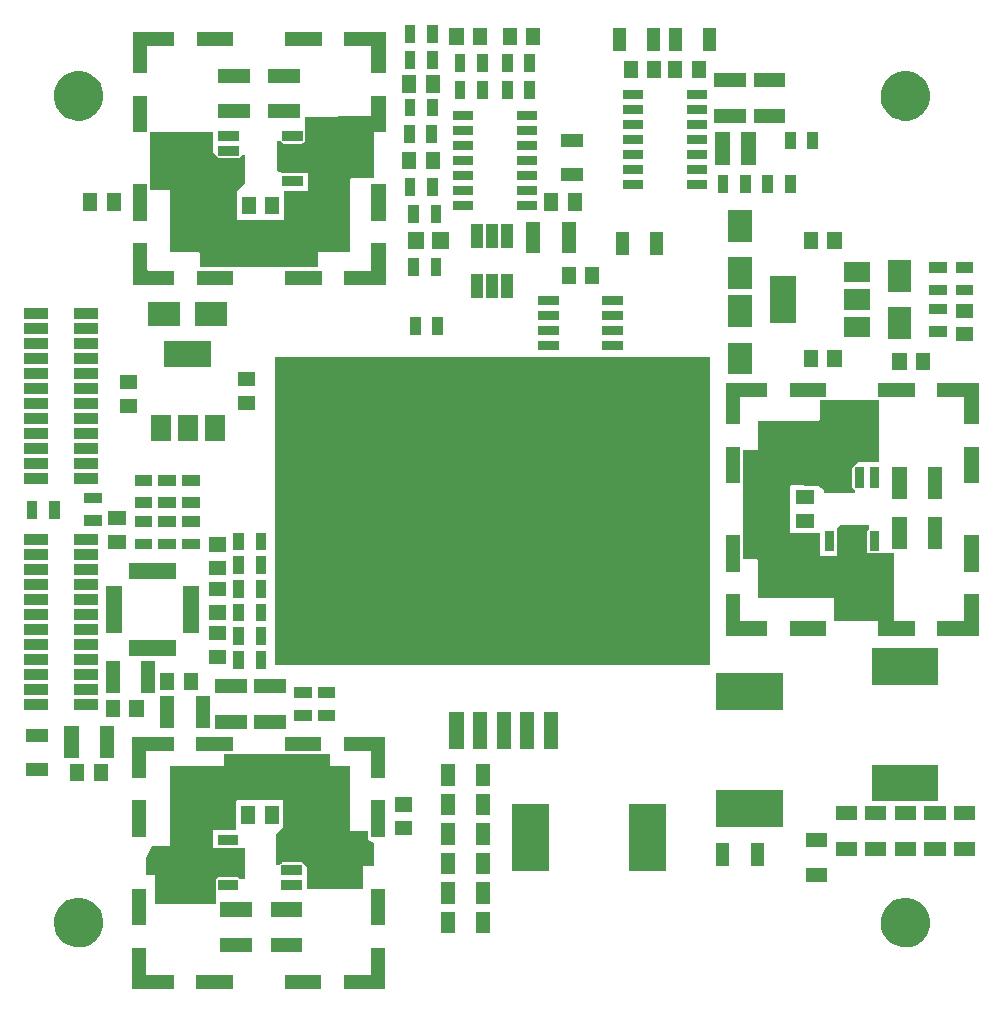
<source format=gbs>
G04 #@! TF.FileFunction,Soldermask,Bot*
%FSLAX46Y46*%
G04 Gerber Fmt 4.6, Leading zero omitted, Abs format (unit mm)*
G04 Created by KiCad (PCBNEW 4.0.5+dfsg1-4) date Fri May  4 15:45:56 2018*
%MOMM*%
%LPD*%
G01*
G04 APERTURE LIST*
%ADD10C,0.100000*%
G04 APERTURE END LIST*
D10*
G36*
X90950000Y-140650000D02*
X87450000Y-140650000D01*
X87450000Y-139450000D01*
X89687500Y-139450000D01*
X89704912Y-139447526D01*
X89720945Y-139440298D01*
X89734331Y-139428890D01*
X89744008Y-139414205D01*
X89749210Y-139397405D01*
X89750000Y-139387500D01*
X89750000Y-137150000D01*
X90950000Y-137150000D01*
X90950000Y-140650000D01*
X90950000Y-140650000D01*
G37*
G36*
X85550000Y-140650000D02*
X82450000Y-140650000D01*
X82450000Y-139450000D01*
X85550000Y-139450000D01*
X85550000Y-140650000D01*
X85550000Y-140650000D01*
G37*
G36*
X78050000Y-140650000D02*
X74950000Y-140650000D01*
X74950000Y-139450000D01*
X78050000Y-139450000D01*
X78050000Y-140650000D01*
X78050000Y-140650000D01*
G37*
G36*
X70750000Y-139387500D02*
X70752474Y-139404912D01*
X70759702Y-139420945D01*
X70771110Y-139434331D01*
X70785795Y-139444008D01*
X70802595Y-139449210D01*
X70812500Y-139450000D01*
X73050000Y-139450000D01*
X73050000Y-140650000D01*
X69550000Y-140650000D01*
X69550000Y-137150000D01*
X70750000Y-137150000D01*
X70750000Y-139387500D01*
X70750000Y-139387500D01*
G37*
G36*
X83950000Y-137500000D02*
X81250000Y-137500000D01*
X81250000Y-136300000D01*
X83950000Y-136300000D01*
X83950000Y-137500000D01*
X83950000Y-137500000D01*
G37*
G36*
X79700000Y-137500000D02*
X77000000Y-137500000D01*
X77000000Y-136300000D01*
X79700000Y-136300000D01*
X79700000Y-137500000D01*
X79700000Y-137500000D01*
G37*
G36*
X135220572Y-132901396D02*
X135623992Y-132984206D01*
X136003642Y-133143796D01*
X136345070Y-133374092D01*
X136635259Y-133666314D01*
X136863164Y-134009341D01*
X137020100Y-134390094D01*
X137100006Y-134793653D01*
X137100006Y-134793659D01*
X137100090Y-134794084D01*
X137093522Y-135264473D01*
X137093427Y-135264890D01*
X137093427Y-135264902D01*
X137002283Y-135666070D01*
X136834776Y-136042297D01*
X136597382Y-136378826D01*
X136299148Y-136662830D01*
X135951423Y-136883503D01*
X135567463Y-137032432D01*
X135161891Y-137103945D01*
X134750150Y-137095319D01*
X134347926Y-137006885D01*
X133970534Y-136842006D01*
X133632362Y-136606972D01*
X133346278Y-136310722D01*
X133123187Y-135964553D01*
X132971580Y-135581638D01*
X132897238Y-135176576D01*
X132902987Y-134764780D01*
X132988612Y-134361951D01*
X133150849Y-133983422D01*
X133383521Y-133643614D01*
X133677764Y-133355469D01*
X134022371Y-133129965D01*
X134404213Y-132975691D01*
X134808753Y-132898521D01*
X135220572Y-132901396D01*
X135220572Y-132901396D01*
G37*
G36*
X65220572Y-132901396D02*
X65623992Y-132984206D01*
X66003642Y-133143796D01*
X66345070Y-133374092D01*
X66635259Y-133666314D01*
X66863164Y-134009341D01*
X67020100Y-134390094D01*
X67100006Y-134793653D01*
X67100006Y-134793659D01*
X67100090Y-134794084D01*
X67093522Y-135264473D01*
X67093427Y-135264890D01*
X67093427Y-135264902D01*
X67002283Y-135666070D01*
X66834776Y-136042297D01*
X66597382Y-136378826D01*
X66299148Y-136662830D01*
X65951423Y-136883503D01*
X65567463Y-137032432D01*
X65161891Y-137103945D01*
X64750150Y-137095319D01*
X64347926Y-137006885D01*
X63970534Y-136842006D01*
X63632362Y-136606972D01*
X63346278Y-136310722D01*
X63123187Y-135964553D01*
X62971580Y-135581638D01*
X62897238Y-135176576D01*
X62902987Y-134764780D01*
X62988612Y-134361951D01*
X63150849Y-133983422D01*
X63383521Y-133643614D01*
X63677764Y-133355469D01*
X64022371Y-133129965D01*
X64404213Y-132975691D01*
X64808753Y-132898521D01*
X65220572Y-132901396D01*
X65220572Y-132901396D01*
G37*
G36*
X99850000Y-135900000D02*
X98650000Y-135900000D01*
X98650000Y-134100000D01*
X99850000Y-134100000D01*
X99850000Y-135900000D01*
X99850000Y-135900000D01*
G37*
G36*
X96850000Y-135900000D02*
X95650000Y-135900000D01*
X95650000Y-134100000D01*
X96850000Y-134100000D01*
X96850000Y-135900000D01*
X96850000Y-135900000D01*
G37*
G36*
X70750000Y-135250000D02*
X69550000Y-135250000D01*
X69550000Y-132150000D01*
X70750000Y-132150000D01*
X70750000Y-135250000D01*
X70750000Y-135250000D01*
G37*
G36*
X90950000Y-135250000D02*
X89750000Y-135250000D01*
X89750000Y-132150000D01*
X90950000Y-132150000D01*
X90950000Y-135250000D01*
X90950000Y-135250000D01*
G37*
G36*
X83950000Y-134500000D02*
X81250000Y-134500000D01*
X81250000Y-133300000D01*
X83950000Y-133300000D01*
X83950000Y-134500000D01*
X83950000Y-134500000D01*
G37*
G36*
X79700000Y-134500000D02*
X77000000Y-134500000D01*
X77000000Y-133300000D01*
X79700000Y-133300000D01*
X79700000Y-134500000D01*
X79700000Y-134500000D01*
G37*
G36*
X86250000Y-121687500D02*
X86252474Y-121704912D01*
X86259702Y-121720945D01*
X86271110Y-121734331D01*
X86285795Y-121744008D01*
X86302595Y-121749210D01*
X86312500Y-121750000D01*
X88000000Y-121750000D01*
X88000000Y-127187500D01*
X88002474Y-127204912D01*
X88009702Y-127220945D01*
X88021110Y-127234331D01*
X88035795Y-127244008D01*
X88052595Y-127249210D01*
X88062500Y-127250000D01*
X89500000Y-127250000D01*
X89500000Y-127961373D01*
X89502474Y-127978785D01*
X89509702Y-127994818D01*
X89521110Y-128008204D01*
X89534546Y-128017273D01*
X90000000Y-128250000D01*
X90000000Y-130200000D01*
X89162500Y-130200000D01*
X89145088Y-130202474D01*
X89129055Y-130209702D01*
X89115669Y-130221110D01*
X89105992Y-130235795D01*
X89100790Y-130252595D01*
X89100000Y-130262500D01*
X89100000Y-132150000D01*
X84350000Y-132150000D01*
X84350000Y-130325888D01*
X84347526Y-130308476D01*
X84340298Y-130292443D01*
X84331694Y-130281694D01*
X83968306Y-129918306D01*
X83954244Y-129907743D01*
X83937796Y-129901517D01*
X83924112Y-129900000D01*
X82275888Y-129900000D01*
X82258476Y-129902474D01*
X82242443Y-129909702D01*
X82231694Y-129918306D01*
X82121694Y-130028306D01*
X82111131Y-130042368D01*
X82104905Y-130058816D01*
X82104496Y-130063950D01*
X82087845Y-130068457D01*
X82068306Y-130081694D01*
X82000000Y-130150000D01*
X81700000Y-130150000D01*
X81700000Y-127550000D01*
X82331694Y-126918306D01*
X82342257Y-126904244D01*
X82348483Y-126887796D01*
X82350000Y-126874112D01*
X82350000Y-124712500D01*
X82347526Y-124695088D01*
X82340298Y-124679055D01*
X82328890Y-124665669D01*
X82314205Y-124655992D01*
X82297405Y-124650790D01*
X82287500Y-124650000D01*
X78412500Y-124650000D01*
X78395088Y-124652474D01*
X78379055Y-124659702D01*
X78365669Y-124671110D01*
X78355992Y-124685795D01*
X78350790Y-124702595D01*
X78350000Y-124712500D01*
X78350000Y-127150000D01*
X76412500Y-127150000D01*
X76395088Y-127152474D01*
X76379055Y-127159702D01*
X76365669Y-127171110D01*
X76355992Y-127185795D01*
X76350790Y-127202595D01*
X76350000Y-127212500D01*
X76350000Y-128587500D01*
X76352474Y-128604912D01*
X76359702Y-128620945D01*
X76371110Y-128634331D01*
X76385795Y-128644008D01*
X76402595Y-128649210D01*
X76412500Y-128650000D01*
X79050000Y-128650000D01*
X79050000Y-131350000D01*
X78700000Y-131350000D01*
X78518306Y-131168306D01*
X78504244Y-131157743D01*
X78487796Y-131151517D01*
X78474112Y-131150000D01*
X76875888Y-131150000D01*
X76858476Y-131152474D01*
X76842443Y-131159702D01*
X76831694Y-131168306D01*
X76701694Y-131298306D01*
X76691131Y-131312368D01*
X76688938Y-131318161D01*
X76687845Y-131318457D01*
X76668306Y-131331694D01*
X76618306Y-131381694D01*
X76607743Y-131395756D01*
X76601517Y-131412204D01*
X76600000Y-131425888D01*
X76600000Y-133400000D01*
X71500000Y-133400000D01*
X71500000Y-131062500D01*
X71497526Y-131045088D01*
X71490298Y-131029055D01*
X71478890Y-131015669D01*
X71464205Y-131005992D01*
X71447405Y-131000790D01*
X71437500Y-131000000D01*
X70750000Y-131000000D01*
X70750000Y-129500000D01*
X71250000Y-128500000D01*
X72687500Y-128500000D01*
X72704912Y-128497526D01*
X72720945Y-128490298D01*
X72734331Y-128478890D01*
X72744008Y-128464205D01*
X72749210Y-128447405D01*
X72750000Y-128437500D01*
X72750000Y-121750000D01*
X77287500Y-121750000D01*
X77304912Y-121747526D01*
X77320945Y-121740298D01*
X77334331Y-121728890D01*
X77344008Y-121714205D01*
X77349210Y-121697405D01*
X77350000Y-121687500D01*
X77350000Y-120750000D01*
X86250000Y-120750000D01*
X86250000Y-121687500D01*
X86250000Y-121687500D01*
G37*
G36*
X99850000Y-133400000D02*
X98650000Y-133400000D01*
X98650000Y-131600000D01*
X99850000Y-131600000D01*
X99850000Y-133400000D01*
X99850000Y-133400000D01*
G37*
G36*
X96850000Y-133400000D02*
X95650000Y-133400000D01*
X95650000Y-131600000D01*
X96850000Y-131600000D01*
X96850000Y-133400000D01*
X96850000Y-133400000D01*
G37*
G36*
X78525000Y-132205000D02*
X76775000Y-132205000D01*
X76775000Y-131405000D01*
X78525000Y-131405000D01*
X78525000Y-132205000D01*
X78525000Y-132205000D01*
G37*
G36*
X83925000Y-132205000D02*
X82175000Y-132205000D01*
X82175000Y-131405000D01*
X83925000Y-131405000D01*
X83925000Y-132205000D01*
X83925000Y-132205000D01*
G37*
G36*
X128400000Y-131600000D02*
X126600000Y-131600000D01*
X126600000Y-130400000D01*
X128400000Y-130400000D01*
X128400000Y-131600000D01*
X128400000Y-131600000D01*
G37*
G36*
X83925000Y-130935000D02*
X82175000Y-130935000D01*
X82175000Y-130135000D01*
X83925000Y-130135000D01*
X83925000Y-130935000D01*
X83925000Y-130935000D01*
G37*
G36*
X99850000Y-130900000D02*
X98650000Y-130900000D01*
X98650000Y-129100000D01*
X99850000Y-129100000D01*
X99850000Y-130900000D01*
X99850000Y-130900000D01*
G37*
G36*
X96850000Y-130900000D02*
X95650000Y-130900000D01*
X95650000Y-129100000D01*
X96850000Y-129100000D01*
X96850000Y-130900000D01*
X96850000Y-130900000D01*
G37*
G36*
X114700000Y-130600000D02*
X111600000Y-130600000D01*
X111600000Y-125000000D01*
X114700000Y-125000000D01*
X114700000Y-130600000D01*
X114700000Y-130600000D01*
G37*
G36*
X104800000Y-130600000D02*
X101700000Y-130600000D01*
X101700000Y-125000000D01*
X104800000Y-125000000D01*
X104800000Y-130600000D01*
X104800000Y-130600000D01*
G37*
G36*
X120100000Y-130200000D02*
X119000000Y-130200000D01*
X119000000Y-128300000D01*
X120100000Y-128300000D01*
X120100000Y-130200000D01*
X120100000Y-130200000D01*
G37*
G36*
X123000000Y-130200000D02*
X121900000Y-130200000D01*
X121900000Y-128300000D01*
X123000000Y-128300000D01*
X123000000Y-130200000D01*
X123000000Y-130200000D01*
G37*
G36*
X130900000Y-129350000D02*
X129100000Y-129350000D01*
X129100000Y-128150000D01*
X130900000Y-128150000D01*
X130900000Y-129350000D01*
X130900000Y-129350000D01*
G37*
G36*
X135900000Y-129350000D02*
X134100000Y-129350000D01*
X134100000Y-128150000D01*
X135900000Y-128150000D01*
X135900000Y-129350000D01*
X135900000Y-129350000D01*
G37*
G36*
X138400000Y-129350000D02*
X136600000Y-129350000D01*
X136600000Y-128150000D01*
X138400000Y-128150000D01*
X138400000Y-129350000D01*
X138400000Y-129350000D01*
G37*
G36*
X140900000Y-129350000D02*
X139100000Y-129350000D01*
X139100000Y-128150000D01*
X140900000Y-128150000D01*
X140900000Y-129350000D01*
X140900000Y-129350000D01*
G37*
G36*
X133400000Y-129350000D02*
X131600000Y-129350000D01*
X131600000Y-128150000D01*
X133400000Y-128150000D01*
X133400000Y-129350000D01*
X133400000Y-129350000D01*
G37*
G36*
X128400000Y-128600000D02*
X126600000Y-128600000D01*
X126600000Y-127400000D01*
X128400000Y-127400000D01*
X128400000Y-128600000D01*
X128400000Y-128600000D01*
G37*
G36*
X99850000Y-128400000D02*
X98650000Y-128400000D01*
X98650000Y-126600000D01*
X99850000Y-126600000D01*
X99850000Y-128400000D01*
X99850000Y-128400000D01*
G37*
G36*
X96850000Y-128400000D02*
X95650000Y-128400000D01*
X95650000Y-126600000D01*
X96850000Y-126600000D01*
X96850000Y-128400000D01*
X96850000Y-128400000D01*
G37*
G36*
X78525000Y-128395000D02*
X76775000Y-128395000D01*
X76775000Y-127595000D01*
X78525000Y-127595000D01*
X78525000Y-128395000D01*
X78525000Y-128395000D01*
G37*
G36*
X70750000Y-127750000D02*
X69550000Y-127750000D01*
X69550000Y-124650000D01*
X70750000Y-124650000D01*
X70750000Y-127750000D01*
X70750000Y-127750000D01*
G37*
G36*
X90950000Y-127750000D02*
X89750000Y-127750000D01*
X89750000Y-124650000D01*
X90950000Y-124650000D01*
X90950000Y-127750000D01*
X90950000Y-127750000D01*
G37*
G36*
X93225000Y-127600000D02*
X91775000Y-127600000D01*
X91775000Y-126400000D01*
X93225000Y-126400000D01*
X93225000Y-127600000D01*
X93225000Y-127600000D01*
G37*
G36*
X124600000Y-126900000D02*
X119000000Y-126900000D01*
X119000000Y-123800000D01*
X124600000Y-123800000D01*
X124600000Y-126900000D01*
X124600000Y-126900000D01*
G37*
G36*
X81950000Y-126625000D02*
X80750000Y-126625000D01*
X80750000Y-125175000D01*
X81950000Y-125175000D01*
X81950000Y-126625000D01*
X81950000Y-126625000D01*
G37*
G36*
X79950000Y-126625000D02*
X78750000Y-126625000D01*
X78750000Y-125175000D01*
X79950000Y-125175000D01*
X79950000Y-126625000D01*
X79950000Y-126625000D01*
G37*
G36*
X130900000Y-126350000D02*
X129100000Y-126350000D01*
X129100000Y-125150000D01*
X130900000Y-125150000D01*
X130900000Y-126350000D01*
X130900000Y-126350000D01*
G37*
G36*
X133400000Y-126350000D02*
X131600000Y-126350000D01*
X131600000Y-125150000D01*
X133400000Y-125150000D01*
X133400000Y-126350000D01*
X133400000Y-126350000D01*
G37*
G36*
X135900000Y-126350000D02*
X134100000Y-126350000D01*
X134100000Y-125150000D01*
X135900000Y-125150000D01*
X135900000Y-126350000D01*
X135900000Y-126350000D01*
G37*
G36*
X140900000Y-126350000D02*
X139100000Y-126350000D01*
X139100000Y-125150000D01*
X140900000Y-125150000D01*
X140900000Y-126350000D01*
X140900000Y-126350000D01*
G37*
G36*
X138400000Y-126350000D02*
X136600000Y-126350000D01*
X136600000Y-125150000D01*
X138400000Y-125150000D01*
X138400000Y-126350000D01*
X138400000Y-126350000D01*
G37*
G36*
X96850000Y-125900000D02*
X95650000Y-125900000D01*
X95650000Y-124100000D01*
X96850000Y-124100000D01*
X96850000Y-125900000D01*
X96850000Y-125900000D01*
G37*
G36*
X99850000Y-125900000D02*
X98650000Y-125900000D01*
X98650000Y-124100000D01*
X99850000Y-124100000D01*
X99850000Y-125900000D01*
X99850000Y-125900000D01*
G37*
G36*
X93225000Y-125600000D02*
X91775000Y-125600000D01*
X91775000Y-124400000D01*
X93225000Y-124400000D01*
X93225000Y-125600000D01*
X93225000Y-125600000D01*
G37*
G36*
X137800000Y-124750000D02*
X132200000Y-124750000D01*
X132200000Y-121650000D01*
X137800000Y-121650000D01*
X137800000Y-124750000D01*
X137800000Y-124750000D01*
G37*
G36*
X99850000Y-123400000D02*
X98650000Y-123400000D01*
X98650000Y-121600000D01*
X99850000Y-121600000D01*
X99850000Y-123400000D01*
X99850000Y-123400000D01*
G37*
G36*
X96850000Y-123400000D02*
X95650000Y-123400000D01*
X95650000Y-121600000D01*
X96850000Y-121600000D01*
X96850000Y-123400000D01*
X96850000Y-123400000D01*
G37*
G36*
X65500000Y-123025000D02*
X64300000Y-123025000D01*
X64300000Y-121575000D01*
X65500000Y-121575000D01*
X65500000Y-123025000D01*
X65500000Y-123025000D01*
G37*
G36*
X67500000Y-123025000D02*
X66300000Y-123025000D01*
X66300000Y-121575000D01*
X67500000Y-121575000D01*
X67500000Y-123025000D01*
X67500000Y-123025000D01*
G37*
G36*
X73050000Y-120450000D02*
X70812500Y-120450000D01*
X70795088Y-120452474D01*
X70779055Y-120459702D01*
X70765669Y-120471110D01*
X70755992Y-120485795D01*
X70750790Y-120502595D01*
X70750000Y-120512500D01*
X70750000Y-122750000D01*
X69550000Y-122750000D01*
X69550000Y-119250000D01*
X73050000Y-119250000D01*
X73050000Y-120450000D01*
X73050000Y-120450000D01*
G37*
G36*
X90950000Y-122750000D02*
X89750000Y-122750000D01*
X89750000Y-120512500D01*
X89747526Y-120495088D01*
X89740298Y-120479055D01*
X89728890Y-120465669D01*
X89714205Y-120455992D01*
X89697405Y-120450790D01*
X89687500Y-120450000D01*
X87450000Y-120450000D01*
X87450000Y-119250000D01*
X90950000Y-119250000D01*
X90950000Y-122750000D01*
X90950000Y-122750000D01*
G37*
G36*
X62450000Y-122600000D02*
X60550000Y-122600000D01*
X60550000Y-121500000D01*
X62450000Y-121500000D01*
X62450000Y-122600000D01*
X62450000Y-122600000D01*
G37*
G36*
X65000000Y-121050000D02*
X63800000Y-121050000D01*
X63800000Y-118350000D01*
X65000000Y-118350000D01*
X65000000Y-121050000D01*
X65000000Y-121050000D01*
G37*
G36*
X68000000Y-121050000D02*
X66800000Y-121050000D01*
X66800000Y-118350000D01*
X68000000Y-118350000D01*
X68000000Y-121050000D01*
X68000000Y-121050000D01*
G37*
G36*
X85550000Y-120450000D02*
X82450000Y-120450000D01*
X82450000Y-119250000D01*
X85550000Y-119250000D01*
X85550000Y-120450000D01*
X85550000Y-120450000D01*
G37*
G36*
X78050000Y-120450000D02*
X74950000Y-120450000D01*
X74950000Y-119250000D01*
X78050000Y-119250000D01*
X78050000Y-120450000D01*
X78050000Y-120450000D01*
G37*
G36*
X99600000Y-120350000D02*
X98400000Y-120350000D01*
X98400000Y-117150000D01*
X99600000Y-117150000D01*
X99600000Y-120350000D01*
X99600000Y-120350000D01*
G37*
G36*
X97600000Y-120350000D02*
X96400000Y-120350000D01*
X96400000Y-117150000D01*
X97600000Y-117150000D01*
X97600000Y-120350000D01*
X97600000Y-120350000D01*
G37*
G36*
X105600000Y-120350000D02*
X104400000Y-120350000D01*
X104400000Y-117150000D01*
X105600000Y-117150000D01*
X105600000Y-120350000D01*
X105600000Y-120350000D01*
G37*
G36*
X103600000Y-120350000D02*
X102400000Y-120350000D01*
X102400000Y-117150000D01*
X103600000Y-117150000D01*
X103600000Y-120350000D01*
X103600000Y-120350000D01*
G37*
G36*
X101600000Y-120350000D02*
X100400000Y-120350000D01*
X100400000Y-117150000D01*
X101600000Y-117150000D01*
X101600000Y-120350000D01*
X101600000Y-120350000D01*
G37*
G36*
X62450000Y-119700000D02*
X60550000Y-119700000D01*
X60550000Y-118600000D01*
X62450000Y-118600000D01*
X62450000Y-119700000D01*
X62450000Y-119700000D01*
G37*
G36*
X82550000Y-118600000D02*
X79850000Y-118600000D01*
X79850000Y-117400000D01*
X82550000Y-117400000D01*
X82550000Y-118600000D01*
X82550000Y-118600000D01*
G37*
G36*
X79250000Y-118600000D02*
X76550000Y-118600000D01*
X76550000Y-117400000D01*
X79250000Y-117400000D01*
X79250000Y-118600000D01*
X79250000Y-118600000D01*
G37*
G36*
X73100000Y-118550000D02*
X71900000Y-118550000D01*
X71900000Y-115850000D01*
X73100000Y-115850000D01*
X73100000Y-118550000D01*
X73100000Y-118550000D01*
G37*
G36*
X76100000Y-118550000D02*
X74900000Y-118550000D01*
X74900000Y-115850000D01*
X76100000Y-115850000D01*
X76100000Y-118550000D01*
X76100000Y-118550000D01*
G37*
G36*
X84750000Y-117900000D02*
X83250000Y-117900000D01*
X83250000Y-117000000D01*
X84750000Y-117000000D01*
X84750000Y-117900000D01*
X84750000Y-117900000D01*
G37*
G36*
X86750000Y-117900000D02*
X85250000Y-117900000D01*
X85250000Y-117000000D01*
X86750000Y-117000000D01*
X86750000Y-117900000D01*
X86750000Y-117900000D01*
G37*
G36*
X70500000Y-117625000D02*
X69300000Y-117625000D01*
X69300000Y-116175000D01*
X70500000Y-116175000D01*
X70500000Y-117625000D01*
X70500000Y-117625000D01*
G37*
G36*
X68500000Y-117625000D02*
X67300000Y-117625000D01*
X67300000Y-116175000D01*
X68500000Y-116175000D01*
X68500000Y-117625000D01*
X68500000Y-117625000D01*
G37*
G36*
X66620000Y-117025000D02*
X64620000Y-117025000D01*
X64620000Y-116065000D01*
X66620000Y-116065000D01*
X66620000Y-117025000D01*
X66620000Y-117025000D01*
G37*
G36*
X62420000Y-117025000D02*
X60420000Y-117025000D01*
X60420000Y-116065000D01*
X62420000Y-116065000D01*
X62420000Y-117025000D01*
X62420000Y-117025000D01*
G37*
G36*
X124600000Y-117000000D02*
X119000000Y-117000000D01*
X119000000Y-113900000D01*
X124600000Y-113900000D01*
X124600000Y-117000000D01*
X124600000Y-117000000D01*
G37*
G36*
X86750000Y-116000000D02*
X85250000Y-116000000D01*
X85250000Y-115100000D01*
X86750000Y-115100000D01*
X86750000Y-116000000D01*
X86750000Y-116000000D01*
G37*
G36*
X84750000Y-116000000D02*
X83250000Y-116000000D01*
X83250000Y-115100000D01*
X84750000Y-115100000D01*
X84750000Y-116000000D01*
X84750000Y-116000000D01*
G37*
G36*
X66620000Y-115755000D02*
X64620000Y-115755000D01*
X64620000Y-114795000D01*
X66620000Y-114795000D01*
X66620000Y-115755000D01*
X66620000Y-115755000D01*
G37*
G36*
X62420000Y-115755000D02*
X60420000Y-115755000D01*
X60420000Y-114795000D01*
X62420000Y-114795000D01*
X62420000Y-115755000D01*
X62420000Y-115755000D01*
G37*
G36*
X82550000Y-115600000D02*
X79850000Y-115600000D01*
X79850000Y-114400000D01*
X82550000Y-114400000D01*
X82550000Y-115600000D01*
X82550000Y-115600000D01*
G37*
G36*
X79250000Y-115600000D02*
X76550000Y-115600000D01*
X76550000Y-114400000D01*
X79250000Y-114400000D01*
X79250000Y-115600000D01*
X79250000Y-115600000D01*
G37*
G36*
X71500000Y-115550000D02*
X70300000Y-115550000D01*
X70300000Y-112850000D01*
X71500000Y-112850000D01*
X71500000Y-115550000D01*
X71500000Y-115550000D01*
G37*
G36*
X68500000Y-115550000D02*
X67300000Y-115550000D01*
X67300000Y-112850000D01*
X68500000Y-112850000D01*
X68500000Y-115550000D01*
X68500000Y-115550000D01*
G37*
G36*
X73100000Y-115325000D02*
X71900000Y-115325000D01*
X71900000Y-113875000D01*
X73100000Y-113875000D01*
X73100000Y-115325000D01*
X73100000Y-115325000D01*
G37*
G36*
X75100000Y-115325000D02*
X73900000Y-115325000D01*
X73900000Y-113875000D01*
X75100000Y-113875000D01*
X75100000Y-115325000D01*
X75100000Y-115325000D01*
G37*
G36*
X137800000Y-114850000D02*
X132200000Y-114850000D01*
X132200000Y-111750000D01*
X137800000Y-111750000D01*
X137800000Y-114850000D01*
X137800000Y-114850000D01*
G37*
G36*
X66620000Y-114485000D02*
X64620000Y-114485000D01*
X64620000Y-113525000D01*
X66620000Y-113525000D01*
X66620000Y-114485000D01*
X66620000Y-114485000D01*
G37*
G36*
X62420000Y-114485000D02*
X60420000Y-114485000D01*
X60420000Y-113525000D01*
X62420000Y-113525000D01*
X62420000Y-114485000D01*
X62420000Y-114485000D01*
G37*
G36*
X79000000Y-113500000D02*
X78100000Y-113500000D01*
X78100000Y-112000000D01*
X79000000Y-112000000D01*
X79000000Y-113500000D01*
X79000000Y-113500000D01*
G37*
G36*
X80900000Y-113500000D02*
X80000000Y-113500000D01*
X80000000Y-112000000D01*
X80900000Y-112000000D01*
X80900000Y-113500000D01*
X80900000Y-113500000D01*
G37*
G36*
X62420000Y-113215000D02*
X60420000Y-113215000D01*
X60420000Y-112255000D01*
X62420000Y-112255000D01*
X62420000Y-113215000D01*
X62420000Y-113215000D01*
G37*
G36*
X66620000Y-113215000D02*
X64620000Y-113215000D01*
X64620000Y-112255000D01*
X66620000Y-112255000D01*
X66620000Y-113215000D01*
X66620000Y-113215000D01*
G37*
G36*
X118500000Y-113200000D02*
X81600000Y-113200000D01*
X81600000Y-87100000D01*
X118500000Y-87100000D01*
X118500000Y-113200000D01*
X118500000Y-113200000D01*
G37*
G36*
X77475000Y-113100000D02*
X76025000Y-113100000D01*
X76025000Y-111900000D01*
X77475000Y-111900000D01*
X77475000Y-113100000D01*
X77475000Y-113100000D01*
G37*
G36*
X73240000Y-112450000D02*
X69260000Y-112450000D01*
X69260000Y-111050000D01*
X73240000Y-111050000D01*
X73240000Y-112450000D01*
X73240000Y-112450000D01*
G37*
G36*
X62420000Y-111945000D02*
X60420000Y-111945000D01*
X60420000Y-110985000D01*
X62420000Y-110985000D01*
X62420000Y-111945000D01*
X62420000Y-111945000D01*
G37*
G36*
X66620000Y-111945000D02*
X64620000Y-111945000D01*
X64620000Y-110985000D01*
X66620000Y-110985000D01*
X66620000Y-111945000D01*
X66620000Y-111945000D01*
G37*
G36*
X80900000Y-111500000D02*
X80000000Y-111500000D01*
X80000000Y-110000000D01*
X80900000Y-110000000D01*
X80900000Y-111500000D01*
X80900000Y-111500000D01*
G37*
G36*
X79000000Y-111500000D02*
X78100000Y-111500000D01*
X78100000Y-110000000D01*
X79000000Y-110000000D01*
X79000000Y-111500000D01*
X79000000Y-111500000D01*
G37*
G36*
X77475000Y-111100000D02*
X76025000Y-111100000D01*
X76025000Y-109900000D01*
X77475000Y-109900000D01*
X77475000Y-111100000D01*
X77475000Y-111100000D01*
G37*
G36*
X141200000Y-110700000D02*
X137700000Y-110700000D01*
X137700000Y-109500000D01*
X139937500Y-109500000D01*
X139954912Y-109497526D01*
X139970945Y-109490298D01*
X139984331Y-109478890D01*
X139994008Y-109464205D01*
X139999210Y-109447405D01*
X140000000Y-109437500D01*
X140000000Y-107200000D01*
X141200000Y-107200000D01*
X141200000Y-110700000D01*
X141200000Y-110700000D01*
G37*
G36*
X121000000Y-109437500D02*
X121002474Y-109454912D01*
X121009702Y-109470945D01*
X121021110Y-109484331D01*
X121035795Y-109494008D01*
X121052595Y-109499210D01*
X121062500Y-109500000D01*
X123300000Y-109500000D01*
X123300000Y-110700000D01*
X119800000Y-110700000D01*
X119800000Y-107200000D01*
X121000000Y-107200000D01*
X121000000Y-109437500D01*
X121000000Y-109437500D01*
G37*
G36*
X132750000Y-95996274D02*
X131025810Y-95999945D01*
X131008403Y-96002457D01*
X130992385Y-96009718D01*
X130981749Y-96018251D01*
X130681694Y-96318306D01*
X130671131Y-96332368D01*
X130664905Y-96348816D01*
X130664496Y-96353950D01*
X130647845Y-96358457D01*
X130628306Y-96371694D01*
X130518306Y-96481694D01*
X130507743Y-96495756D01*
X130501517Y-96512204D01*
X130500000Y-96525888D01*
X130500000Y-98124112D01*
X130502474Y-98141524D01*
X130509702Y-98157557D01*
X130518306Y-98168306D01*
X130628306Y-98278306D01*
X130630531Y-98279977D01*
X130631694Y-98281694D01*
X130750000Y-98400000D01*
X130750000Y-98650000D01*
X128100000Y-98650000D01*
X128100000Y-98430038D01*
X128097526Y-98412626D01*
X128090298Y-98396593D01*
X128076544Y-98381235D01*
X127617074Y-98013659D01*
X127601935Y-98004716D01*
X127578135Y-97999965D01*
X125312597Y-97996373D01*
X125295183Y-97998820D01*
X125279138Y-98006022D01*
X125265735Y-98017409D01*
X125256035Y-98032079D01*
X125250806Y-98048870D01*
X125250000Y-98058873D01*
X125250000Y-101933774D01*
X125252474Y-101951186D01*
X125259702Y-101967219D01*
X125271110Y-101980605D01*
X125285795Y-101990282D01*
X125302595Y-101995484D01*
X125312500Y-101996274D01*
X127750000Y-101996274D01*
X127750000Y-103933774D01*
X127752474Y-103951186D01*
X127759702Y-103967219D01*
X127771110Y-103980605D01*
X127785795Y-103990282D01*
X127802595Y-103995484D01*
X127812500Y-103996274D01*
X129187500Y-103996274D01*
X129204912Y-103993800D01*
X129220945Y-103986572D01*
X129234331Y-103975164D01*
X129244008Y-103960479D01*
X129249210Y-103943679D01*
X129250000Y-103933774D01*
X129250000Y-101600000D01*
X129500000Y-101350000D01*
X131900000Y-101350000D01*
X131900000Y-101700000D01*
X131768306Y-101831694D01*
X131757743Y-101845756D01*
X131751517Y-101862204D01*
X131750000Y-101875888D01*
X131750000Y-103683774D01*
X131752474Y-103701186D01*
X131759702Y-103717219D01*
X131771110Y-103730605D01*
X131785795Y-103740282D01*
X131802595Y-103745484D01*
X131812500Y-103746274D01*
X134000000Y-103746274D01*
X134000000Y-109437500D01*
X134002474Y-109454912D01*
X134009702Y-109470945D01*
X134021110Y-109484331D01*
X134035795Y-109494008D01*
X134052595Y-109499210D01*
X134062500Y-109500000D01*
X135800000Y-109500000D01*
X135800000Y-110700000D01*
X132700000Y-110700000D01*
X132700000Y-109562500D01*
X132697526Y-109545088D01*
X132690298Y-109529055D01*
X132678890Y-109515669D01*
X132664205Y-109505992D01*
X132647405Y-109500790D01*
X132637500Y-109500000D01*
X129000000Y-109500000D01*
X129000000Y-107562500D01*
X128997526Y-107545088D01*
X128990298Y-107529055D01*
X128978890Y-107515669D01*
X128964205Y-107505992D01*
X128947405Y-107500790D01*
X128937500Y-107500000D01*
X122500000Y-107500000D01*
X122500000Y-104312500D01*
X122497526Y-104295088D01*
X122490298Y-104279055D01*
X122478890Y-104265669D01*
X122464205Y-104255992D01*
X122447405Y-104250790D01*
X122437500Y-104250000D01*
X121250000Y-104250000D01*
X121250000Y-95000000D01*
X122437500Y-95000000D01*
X122454912Y-94997526D01*
X122470945Y-94990298D01*
X122484331Y-94978890D01*
X122494008Y-94964205D01*
X122499210Y-94947405D01*
X122500000Y-94937500D01*
X122500000Y-92500000D01*
X127687500Y-92500000D01*
X127704912Y-92497526D01*
X127720945Y-92490298D01*
X127734331Y-92478890D01*
X127744008Y-92464205D01*
X127749210Y-92447405D01*
X127750000Y-92437500D01*
X127750000Y-90750000D01*
X132750000Y-90746274D01*
X132750000Y-95996274D01*
X132750000Y-95996274D01*
G37*
G36*
X128300000Y-110700000D02*
X125200000Y-110700000D01*
X125200000Y-109500000D01*
X128300000Y-109500000D01*
X128300000Y-110700000D01*
X128300000Y-110700000D01*
G37*
G36*
X62420000Y-110675000D02*
X60420000Y-110675000D01*
X60420000Y-109715000D01*
X62420000Y-109715000D01*
X62420000Y-110675000D01*
X62420000Y-110675000D01*
G37*
G36*
X66620000Y-110675000D02*
X64620000Y-110675000D01*
X64620000Y-109715000D01*
X66620000Y-109715000D01*
X66620000Y-110675000D01*
X66620000Y-110675000D01*
G37*
G36*
X68700000Y-110490000D02*
X67300000Y-110490000D01*
X67300000Y-106510000D01*
X68700000Y-106510000D01*
X68700000Y-110490000D01*
X68700000Y-110490000D01*
G37*
G36*
X75200000Y-110490000D02*
X73800000Y-110490000D01*
X73800000Y-106510000D01*
X75200000Y-106510000D01*
X75200000Y-110490000D01*
X75200000Y-110490000D01*
G37*
G36*
X80900000Y-109500000D02*
X80000000Y-109500000D01*
X80000000Y-108000000D01*
X80900000Y-108000000D01*
X80900000Y-109500000D01*
X80900000Y-109500000D01*
G37*
G36*
X79000000Y-109500000D02*
X78100000Y-109500000D01*
X78100000Y-108000000D01*
X79000000Y-108000000D01*
X79000000Y-109500000D01*
X79000000Y-109500000D01*
G37*
G36*
X66620000Y-109405000D02*
X64620000Y-109405000D01*
X64620000Y-108445000D01*
X66620000Y-108445000D01*
X66620000Y-109405000D01*
X66620000Y-109405000D01*
G37*
G36*
X62420000Y-109405000D02*
X60420000Y-109405000D01*
X60420000Y-108445000D01*
X62420000Y-108445000D01*
X62420000Y-109405000D01*
X62420000Y-109405000D01*
G37*
G36*
X77475000Y-109350000D02*
X76025000Y-109350000D01*
X76025000Y-108150000D01*
X77475000Y-108150000D01*
X77475000Y-109350000D01*
X77475000Y-109350000D01*
G37*
G36*
X62420000Y-108135000D02*
X60420000Y-108135000D01*
X60420000Y-107175000D01*
X62420000Y-107175000D01*
X62420000Y-108135000D01*
X62420000Y-108135000D01*
G37*
G36*
X66620000Y-108135000D02*
X64620000Y-108135000D01*
X64620000Y-107175000D01*
X66620000Y-107175000D01*
X66620000Y-108135000D01*
X66620000Y-108135000D01*
G37*
G36*
X79000000Y-107500000D02*
X78100000Y-107500000D01*
X78100000Y-106000000D01*
X79000000Y-106000000D01*
X79000000Y-107500000D01*
X79000000Y-107500000D01*
G37*
G36*
X80900000Y-107500000D02*
X80000000Y-107500000D01*
X80000000Y-106000000D01*
X80900000Y-106000000D01*
X80900000Y-107500000D01*
X80900000Y-107500000D01*
G37*
G36*
X77475000Y-107350000D02*
X76025000Y-107350000D01*
X76025000Y-106150000D01*
X77475000Y-106150000D01*
X77475000Y-107350000D01*
X77475000Y-107350000D01*
G37*
G36*
X62420000Y-106865000D02*
X60420000Y-106865000D01*
X60420000Y-105905000D01*
X62420000Y-105905000D01*
X62420000Y-106865000D01*
X62420000Y-106865000D01*
G37*
G36*
X66620000Y-106865000D02*
X64620000Y-106865000D01*
X64620000Y-105905000D01*
X66620000Y-105905000D01*
X66620000Y-106865000D01*
X66620000Y-106865000D01*
G37*
G36*
X73240000Y-105950000D02*
X69260000Y-105950000D01*
X69260000Y-104550000D01*
X73240000Y-104550000D01*
X73240000Y-105950000D01*
X73240000Y-105950000D01*
G37*
G36*
X77475000Y-105600000D02*
X76025000Y-105600000D01*
X76025000Y-104400000D01*
X77475000Y-104400000D01*
X77475000Y-105600000D01*
X77475000Y-105600000D01*
G37*
G36*
X62420000Y-105595000D02*
X60420000Y-105595000D01*
X60420000Y-104635000D01*
X62420000Y-104635000D01*
X62420000Y-105595000D01*
X62420000Y-105595000D01*
G37*
G36*
X66620000Y-105595000D02*
X64620000Y-105595000D01*
X64620000Y-104635000D01*
X66620000Y-104635000D01*
X66620000Y-105595000D01*
X66620000Y-105595000D01*
G37*
G36*
X80900000Y-105500000D02*
X80000000Y-105500000D01*
X80000000Y-104000000D01*
X80900000Y-104000000D01*
X80900000Y-105500000D01*
X80900000Y-105500000D01*
G37*
G36*
X79000000Y-105500000D02*
X78100000Y-105500000D01*
X78100000Y-104000000D01*
X79000000Y-104000000D01*
X79000000Y-105500000D01*
X79000000Y-105500000D01*
G37*
G36*
X121000000Y-105300000D02*
X119800000Y-105300000D01*
X119800000Y-102200000D01*
X121000000Y-102200000D01*
X121000000Y-105300000D01*
X121000000Y-105300000D01*
G37*
G36*
X141200000Y-105300000D02*
X140000000Y-105300000D01*
X140000000Y-102200000D01*
X141200000Y-102200000D01*
X141200000Y-105300000D01*
X141200000Y-105300000D01*
G37*
G36*
X62420000Y-104325000D02*
X60420000Y-104325000D01*
X60420000Y-103365000D01*
X62420000Y-103365000D01*
X62420000Y-104325000D01*
X62420000Y-104325000D01*
G37*
G36*
X66620000Y-104325000D02*
X64620000Y-104325000D01*
X64620000Y-103365000D01*
X66620000Y-103365000D01*
X66620000Y-104325000D01*
X66620000Y-104325000D01*
G37*
G36*
X77475000Y-103600000D02*
X76025000Y-103600000D01*
X76025000Y-102400000D01*
X77475000Y-102400000D01*
X77475000Y-103600000D01*
X77475000Y-103600000D01*
G37*
G36*
X132805000Y-103575000D02*
X132005000Y-103575000D01*
X132005000Y-101825000D01*
X132805000Y-101825000D01*
X132805000Y-103575000D01*
X132805000Y-103575000D01*
G37*
G36*
X128995000Y-103575000D02*
X128195000Y-103575000D01*
X128195000Y-101825000D01*
X128995000Y-101825000D01*
X128995000Y-103575000D01*
X128995000Y-103575000D01*
G37*
G36*
X80900000Y-103500000D02*
X80000000Y-103500000D01*
X80000000Y-102000000D01*
X80900000Y-102000000D01*
X80900000Y-103500000D01*
X80900000Y-103500000D01*
G37*
G36*
X79000000Y-103500000D02*
X78100000Y-103500000D01*
X78100000Y-102000000D01*
X79000000Y-102000000D01*
X79000000Y-103500000D01*
X79000000Y-103500000D01*
G37*
G36*
X71250000Y-103400000D02*
X69750000Y-103400000D01*
X69750000Y-102500000D01*
X71250000Y-102500000D01*
X71250000Y-103400000D01*
X71250000Y-103400000D01*
G37*
G36*
X73250000Y-103400000D02*
X71750000Y-103400000D01*
X71750000Y-102500000D01*
X73250000Y-102500000D01*
X73250000Y-103400000D01*
X73250000Y-103400000D01*
G37*
G36*
X75250000Y-103400000D02*
X73750000Y-103400000D01*
X73750000Y-102500000D01*
X75250000Y-102500000D01*
X75250000Y-103400000D01*
X75250000Y-103400000D01*
G37*
G36*
X135100000Y-103350000D02*
X133900000Y-103350000D01*
X133900000Y-100650000D01*
X135100000Y-100650000D01*
X135100000Y-103350000D01*
X135100000Y-103350000D01*
G37*
G36*
X138100000Y-103350000D02*
X136900000Y-103350000D01*
X136900000Y-100650000D01*
X138100000Y-100650000D01*
X138100000Y-103350000D01*
X138100000Y-103350000D01*
G37*
G36*
X68975000Y-103350000D02*
X67525000Y-103350000D01*
X67525000Y-102150000D01*
X68975000Y-102150000D01*
X68975000Y-103350000D01*
X68975000Y-103350000D01*
G37*
G36*
X66620000Y-103055000D02*
X64620000Y-103055000D01*
X64620000Y-102095000D01*
X66620000Y-102095000D01*
X66620000Y-103055000D01*
X66620000Y-103055000D01*
G37*
G36*
X62420000Y-103055000D02*
X60420000Y-103055000D01*
X60420000Y-102095000D01*
X62420000Y-102095000D01*
X62420000Y-103055000D01*
X62420000Y-103055000D01*
G37*
G36*
X127225000Y-101600000D02*
X125775000Y-101600000D01*
X125775000Y-100400000D01*
X127225000Y-100400000D01*
X127225000Y-101600000D01*
X127225000Y-101600000D01*
G37*
G36*
X75250000Y-101500000D02*
X73750000Y-101500000D01*
X73750000Y-100600000D01*
X75250000Y-100600000D01*
X75250000Y-101500000D01*
X75250000Y-101500000D01*
G37*
G36*
X73250000Y-101500000D02*
X71750000Y-101500000D01*
X71750000Y-100600000D01*
X73250000Y-100600000D01*
X73250000Y-101500000D01*
X73250000Y-101500000D01*
G37*
G36*
X71250000Y-101500000D02*
X69750000Y-101500000D01*
X69750000Y-100600000D01*
X71250000Y-100600000D01*
X71250000Y-101500000D01*
X71250000Y-101500000D01*
G37*
G36*
X66950000Y-101400000D02*
X65450000Y-101400000D01*
X65450000Y-100500000D01*
X66950000Y-100500000D01*
X66950000Y-101400000D01*
X66950000Y-101400000D01*
G37*
G36*
X68975000Y-101350000D02*
X67525000Y-101350000D01*
X67525000Y-100150000D01*
X68975000Y-100150000D01*
X68975000Y-101350000D01*
X68975000Y-101350000D01*
G37*
G36*
X61500000Y-100850000D02*
X60600000Y-100850000D01*
X60600000Y-99350000D01*
X61500000Y-99350000D01*
X61500000Y-100850000D01*
X61500000Y-100850000D01*
G37*
G36*
X63400000Y-100850000D02*
X62500000Y-100850000D01*
X62500000Y-99350000D01*
X63400000Y-99350000D01*
X63400000Y-100850000D01*
X63400000Y-100850000D01*
G37*
G36*
X75250000Y-99900000D02*
X73750000Y-99900000D01*
X73750000Y-99000000D01*
X75250000Y-99000000D01*
X75250000Y-99900000D01*
X75250000Y-99900000D01*
G37*
G36*
X71250000Y-99900000D02*
X69750000Y-99900000D01*
X69750000Y-99000000D01*
X71250000Y-99000000D01*
X71250000Y-99900000D01*
X71250000Y-99900000D01*
G37*
G36*
X73250000Y-99900000D02*
X71750000Y-99900000D01*
X71750000Y-99000000D01*
X73250000Y-99000000D01*
X73250000Y-99900000D01*
X73250000Y-99900000D01*
G37*
G36*
X127225000Y-99600000D02*
X125775000Y-99600000D01*
X125775000Y-98400000D01*
X127225000Y-98400000D01*
X127225000Y-99600000D01*
X127225000Y-99600000D01*
G37*
G36*
X66950000Y-99500000D02*
X65450000Y-99500000D01*
X65450000Y-98600000D01*
X66950000Y-98600000D01*
X66950000Y-99500000D01*
X66950000Y-99500000D01*
G37*
G36*
X135100000Y-99100000D02*
X133900000Y-99100000D01*
X133900000Y-96400000D01*
X135100000Y-96400000D01*
X135100000Y-99100000D01*
X135100000Y-99100000D01*
G37*
G36*
X138100000Y-99100000D02*
X136900000Y-99100000D01*
X136900000Y-96400000D01*
X138100000Y-96400000D01*
X138100000Y-99100000D01*
X138100000Y-99100000D01*
G37*
G36*
X131535000Y-98175000D02*
X130735000Y-98175000D01*
X130735000Y-96425000D01*
X131535000Y-96425000D01*
X131535000Y-98175000D01*
X131535000Y-98175000D01*
G37*
G36*
X132805000Y-98175000D02*
X132005000Y-98175000D01*
X132005000Y-96425000D01*
X132805000Y-96425000D01*
X132805000Y-98175000D01*
X132805000Y-98175000D01*
G37*
G36*
X75250000Y-98000000D02*
X73750000Y-98000000D01*
X73750000Y-97100000D01*
X75250000Y-97100000D01*
X75250000Y-98000000D01*
X75250000Y-98000000D01*
G37*
G36*
X73250000Y-98000000D02*
X71750000Y-98000000D01*
X71750000Y-97100000D01*
X73250000Y-97100000D01*
X73250000Y-98000000D01*
X73250000Y-98000000D01*
G37*
G36*
X71250000Y-98000000D02*
X69750000Y-98000000D01*
X69750000Y-97100000D01*
X71250000Y-97100000D01*
X71250000Y-98000000D01*
X71250000Y-98000000D01*
G37*
G36*
X62420000Y-97905000D02*
X60420000Y-97905000D01*
X60420000Y-96945000D01*
X62420000Y-96945000D01*
X62420000Y-97905000D01*
X62420000Y-97905000D01*
G37*
G36*
X66620000Y-97905000D02*
X64620000Y-97905000D01*
X64620000Y-96945000D01*
X66620000Y-96945000D01*
X66620000Y-97905000D01*
X66620000Y-97905000D01*
G37*
G36*
X141200000Y-97800000D02*
X140000000Y-97800000D01*
X140000000Y-94700000D01*
X141200000Y-94700000D01*
X141200000Y-97800000D01*
X141200000Y-97800000D01*
G37*
G36*
X121000000Y-97800000D02*
X119800000Y-97800000D01*
X119800000Y-94700000D01*
X121000000Y-94700000D01*
X121000000Y-97800000D01*
X121000000Y-97800000D01*
G37*
G36*
X62420000Y-96635000D02*
X60420000Y-96635000D01*
X60420000Y-95675000D01*
X62420000Y-95675000D01*
X62420000Y-96635000D01*
X62420000Y-96635000D01*
G37*
G36*
X66620000Y-96635000D02*
X64620000Y-96635000D01*
X64620000Y-95675000D01*
X66620000Y-95675000D01*
X66620000Y-96635000D01*
X66620000Y-96635000D01*
G37*
G36*
X62420000Y-95365000D02*
X60420000Y-95365000D01*
X60420000Y-94405000D01*
X62420000Y-94405000D01*
X62420000Y-95365000D01*
X62420000Y-95365000D01*
G37*
G36*
X66620000Y-95365000D02*
X64620000Y-95365000D01*
X64620000Y-94405000D01*
X66620000Y-94405000D01*
X66620000Y-95365000D01*
X66620000Y-95365000D01*
G37*
G36*
X75100000Y-94250000D02*
X73400000Y-94250000D01*
X73400000Y-92050000D01*
X75100000Y-92050000D01*
X75100000Y-94250000D01*
X75100000Y-94250000D01*
G37*
G36*
X72800000Y-94250000D02*
X71100000Y-94250000D01*
X71100000Y-92050000D01*
X72800000Y-92050000D01*
X72800000Y-94250000D01*
X72800000Y-94250000D01*
G37*
G36*
X77400000Y-94250000D02*
X75700000Y-94250000D01*
X75700000Y-92050000D01*
X77400000Y-92050000D01*
X77400000Y-94250000D01*
X77400000Y-94250000D01*
G37*
G36*
X66620000Y-94095000D02*
X64620000Y-94095000D01*
X64620000Y-93135000D01*
X66620000Y-93135000D01*
X66620000Y-94095000D01*
X66620000Y-94095000D01*
G37*
G36*
X62420000Y-94095000D02*
X60420000Y-94095000D01*
X60420000Y-93135000D01*
X62420000Y-93135000D01*
X62420000Y-94095000D01*
X62420000Y-94095000D01*
G37*
G36*
X66620000Y-92825000D02*
X64620000Y-92825000D01*
X64620000Y-91865000D01*
X66620000Y-91865000D01*
X66620000Y-92825000D01*
X66620000Y-92825000D01*
G37*
G36*
X62420000Y-92825000D02*
X60420000Y-92825000D01*
X60420000Y-91865000D01*
X62420000Y-91865000D01*
X62420000Y-92825000D01*
X62420000Y-92825000D01*
G37*
G36*
X123300000Y-90500000D02*
X121062500Y-90500000D01*
X121045088Y-90502474D01*
X121029055Y-90509702D01*
X121015669Y-90521110D01*
X121005992Y-90535795D01*
X121000790Y-90552595D01*
X121000000Y-90562500D01*
X121000000Y-92800000D01*
X119800000Y-92800000D01*
X119800000Y-89300000D01*
X123300000Y-89300000D01*
X123300000Y-90500000D01*
X123300000Y-90500000D01*
G37*
G36*
X141200000Y-92800000D02*
X140000000Y-92800000D01*
X140000000Y-90562500D01*
X139997526Y-90545088D01*
X139990298Y-90529055D01*
X139978890Y-90515669D01*
X139964205Y-90505992D01*
X139947405Y-90500790D01*
X139937500Y-90500000D01*
X137700000Y-90500000D01*
X137700000Y-89300000D01*
X141200000Y-89300000D01*
X141200000Y-92800000D01*
X141200000Y-92800000D01*
G37*
G36*
X69975000Y-91850000D02*
X68525000Y-91850000D01*
X68525000Y-90650000D01*
X69975000Y-90650000D01*
X69975000Y-91850000D01*
X69975000Y-91850000D01*
G37*
G36*
X79975000Y-91600000D02*
X78525000Y-91600000D01*
X78525000Y-90400000D01*
X79975000Y-90400000D01*
X79975000Y-91600000D01*
X79975000Y-91600000D01*
G37*
G36*
X66620000Y-91555000D02*
X64620000Y-91555000D01*
X64620000Y-90595000D01*
X66620000Y-90595000D01*
X66620000Y-91555000D01*
X66620000Y-91555000D01*
G37*
G36*
X62420000Y-91555000D02*
X60420000Y-91555000D01*
X60420000Y-90595000D01*
X62420000Y-90595000D01*
X62420000Y-91555000D01*
X62420000Y-91555000D01*
G37*
G36*
X128300000Y-90500000D02*
X125200000Y-90500000D01*
X125200000Y-89300000D01*
X128300000Y-89300000D01*
X128300000Y-90500000D01*
X128300000Y-90500000D01*
G37*
G36*
X135800000Y-90500000D02*
X132700000Y-90500000D01*
X132700000Y-89300000D01*
X135800000Y-89300000D01*
X135800000Y-90500000D01*
X135800000Y-90500000D01*
G37*
G36*
X66620000Y-90285000D02*
X64620000Y-90285000D01*
X64620000Y-89325000D01*
X66620000Y-89325000D01*
X66620000Y-90285000D01*
X66620000Y-90285000D01*
G37*
G36*
X62420000Y-90285000D02*
X60420000Y-90285000D01*
X60420000Y-89325000D01*
X62420000Y-89325000D01*
X62420000Y-90285000D01*
X62420000Y-90285000D01*
G37*
G36*
X69975000Y-89850000D02*
X68525000Y-89850000D01*
X68525000Y-88650000D01*
X69975000Y-88650000D01*
X69975000Y-89850000D01*
X69975000Y-89850000D01*
G37*
G36*
X79975000Y-89600000D02*
X78525000Y-89600000D01*
X78525000Y-88400000D01*
X79975000Y-88400000D01*
X79975000Y-89600000D01*
X79975000Y-89600000D01*
G37*
G36*
X62420000Y-89015000D02*
X60420000Y-89015000D01*
X60420000Y-88055000D01*
X62420000Y-88055000D01*
X62420000Y-89015000D01*
X62420000Y-89015000D01*
G37*
G36*
X66620000Y-89015000D02*
X64620000Y-89015000D01*
X64620000Y-88055000D01*
X66620000Y-88055000D01*
X66620000Y-89015000D01*
X66620000Y-89015000D01*
G37*
G36*
X122000430Y-88598660D02*
X119999570Y-88598660D01*
X119999570Y-85899300D01*
X122000430Y-85899300D01*
X122000430Y-88598660D01*
X122000430Y-88598660D01*
G37*
G36*
X135100000Y-88225000D02*
X133900000Y-88225000D01*
X133900000Y-86775000D01*
X135100000Y-86775000D01*
X135100000Y-88225000D01*
X135100000Y-88225000D01*
G37*
G36*
X137100000Y-88225000D02*
X135900000Y-88225000D01*
X135900000Y-86775000D01*
X137100000Y-86775000D01*
X137100000Y-88225000D01*
X137100000Y-88225000D01*
G37*
G36*
X127600000Y-87975000D02*
X126400000Y-87975000D01*
X126400000Y-86525000D01*
X127600000Y-86525000D01*
X127600000Y-87975000D01*
X127600000Y-87975000D01*
G37*
G36*
X129600000Y-87975000D02*
X128400000Y-87975000D01*
X128400000Y-86525000D01*
X129600000Y-86525000D01*
X129600000Y-87975000D01*
X129600000Y-87975000D01*
G37*
G36*
X76250000Y-87950000D02*
X72250000Y-87950000D01*
X72250000Y-85750000D01*
X76250000Y-85750000D01*
X76250000Y-87950000D01*
X76250000Y-87950000D01*
G37*
G36*
X62420000Y-87745000D02*
X60420000Y-87745000D01*
X60420000Y-86785000D01*
X62420000Y-86785000D01*
X62420000Y-87745000D01*
X62420000Y-87745000D01*
G37*
G36*
X66620000Y-87745000D02*
X64620000Y-87745000D01*
X64620000Y-86785000D01*
X66620000Y-86785000D01*
X66620000Y-87745000D01*
X66620000Y-87745000D01*
G37*
G36*
X105675000Y-86555000D02*
X103925000Y-86555000D01*
X103925000Y-85755000D01*
X105675000Y-85755000D01*
X105675000Y-86555000D01*
X105675000Y-86555000D01*
G37*
G36*
X111075000Y-86555000D02*
X109325000Y-86555000D01*
X109325000Y-85755000D01*
X111075000Y-85755000D01*
X111075000Y-86555000D01*
X111075000Y-86555000D01*
G37*
G36*
X62420000Y-86475000D02*
X60420000Y-86475000D01*
X60420000Y-85515000D01*
X62420000Y-85515000D01*
X62420000Y-86475000D01*
X62420000Y-86475000D01*
G37*
G36*
X66620000Y-86475000D02*
X64620000Y-86475000D01*
X64620000Y-85515000D01*
X66620000Y-85515000D01*
X66620000Y-86475000D01*
X66620000Y-86475000D01*
G37*
G36*
X140725000Y-85800000D02*
X139275000Y-85800000D01*
X139275000Y-84600000D01*
X140725000Y-84600000D01*
X140725000Y-85800000D01*
X140725000Y-85800000D01*
G37*
G36*
X135500430Y-85598660D02*
X133499570Y-85598660D01*
X133499570Y-82899300D01*
X135500430Y-82899300D01*
X135500430Y-85598660D01*
X135500430Y-85598660D01*
G37*
G36*
X138500000Y-85400000D02*
X137000000Y-85400000D01*
X137000000Y-84500000D01*
X138500000Y-84500000D01*
X138500000Y-85400000D01*
X138500000Y-85400000D01*
G37*
G36*
X132000000Y-85400000D02*
X129800000Y-85400000D01*
X129800000Y-83700000D01*
X132000000Y-83700000D01*
X132000000Y-85400000D01*
X132000000Y-85400000D01*
G37*
G36*
X111075000Y-85285000D02*
X109325000Y-85285000D01*
X109325000Y-84485000D01*
X111075000Y-84485000D01*
X111075000Y-85285000D01*
X111075000Y-85285000D01*
G37*
G36*
X105675000Y-85285000D02*
X103925000Y-85285000D01*
X103925000Y-84485000D01*
X105675000Y-84485000D01*
X105675000Y-85285000D01*
X105675000Y-85285000D01*
G37*
G36*
X95850000Y-85250000D02*
X94950000Y-85250000D01*
X94950000Y-83750000D01*
X95850000Y-83750000D01*
X95850000Y-85250000D01*
X95850000Y-85250000D01*
G37*
G36*
X93950000Y-85250000D02*
X93050000Y-85250000D01*
X93050000Y-83750000D01*
X93950000Y-83750000D01*
X93950000Y-85250000D01*
X93950000Y-85250000D01*
G37*
G36*
X66620000Y-85205000D02*
X64620000Y-85205000D01*
X64620000Y-84245000D01*
X66620000Y-84245000D01*
X66620000Y-85205000D01*
X66620000Y-85205000D01*
G37*
G36*
X62420000Y-85205000D02*
X60420000Y-85205000D01*
X60420000Y-84245000D01*
X62420000Y-84245000D01*
X62420000Y-85205000D01*
X62420000Y-85205000D01*
G37*
G36*
X122000430Y-84600700D02*
X119999570Y-84600700D01*
X119999570Y-81901340D01*
X122000430Y-81901340D01*
X122000430Y-84600700D01*
X122000430Y-84600700D01*
G37*
G36*
X73600700Y-84500430D02*
X70901340Y-84500430D01*
X70901340Y-82499570D01*
X73600700Y-82499570D01*
X73600700Y-84500430D01*
X73600700Y-84500430D01*
G37*
G36*
X77598660Y-84500430D02*
X74899300Y-84500430D01*
X74899300Y-82499570D01*
X77598660Y-82499570D01*
X77598660Y-84500430D01*
X77598660Y-84500430D01*
G37*
G36*
X125700000Y-84250000D02*
X123500000Y-84250000D01*
X123500000Y-80250000D01*
X125700000Y-80250000D01*
X125700000Y-84250000D01*
X125700000Y-84250000D01*
G37*
G36*
X105675000Y-84015000D02*
X103925000Y-84015000D01*
X103925000Y-83215000D01*
X105675000Y-83215000D01*
X105675000Y-84015000D01*
X105675000Y-84015000D01*
G37*
G36*
X111075000Y-84015000D02*
X109325000Y-84015000D01*
X109325000Y-83215000D01*
X111075000Y-83215000D01*
X111075000Y-84015000D01*
X111075000Y-84015000D01*
G37*
G36*
X62420000Y-83935000D02*
X60420000Y-83935000D01*
X60420000Y-82975000D01*
X62420000Y-82975000D01*
X62420000Y-83935000D01*
X62420000Y-83935000D01*
G37*
G36*
X66620000Y-83935000D02*
X64620000Y-83935000D01*
X64620000Y-82975000D01*
X66620000Y-82975000D01*
X66620000Y-83935000D01*
X66620000Y-83935000D01*
G37*
G36*
X140725000Y-83800000D02*
X139275000Y-83800000D01*
X139275000Y-82600000D01*
X140725000Y-82600000D01*
X140725000Y-83800000D01*
X140725000Y-83800000D01*
G37*
G36*
X138500000Y-83500000D02*
X137000000Y-83500000D01*
X137000000Y-82600000D01*
X138500000Y-82600000D01*
X138500000Y-83500000D01*
X138500000Y-83500000D01*
G37*
G36*
X132000000Y-83100000D02*
X129800000Y-83100000D01*
X129800000Y-81400000D01*
X132000000Y-81400000D01*
X132000000Y-83100000D01*
X132000000Y-83100000D01*
G37*
G36*
X105675000Y-82745000D02*
X103925000Y-82745000D01*
X103925000Y-81945000D01*
X105675000Y-81945000D01*
X105675000Y-82745000D01*
X105675000Y-82745000D01*
G37*
G36*
X111075000Y-82745000D02*
X109325000Y-82745000D01*
X109325000Y-81945000D01*
X111075000Y-81945000D01*
X111075000Y-82745000D01*
X111075000Y-82745000D01*
G37*
G36*
X101750000Y-82100000D02*
X100790000Y-82100000D01*
X100790000Y-80100000D01*
X101750000Y-80100000D01*
X101750000Y-82100000D01*
X101750000Y-82100000D01*
G37*
G36*
X100480000Y-82100000D02*
X99520000Y-82100000D01*
X99520000Y-80100000D01*
X100480000Y-80100000D01*
X100480000Y-82100000D01*
X100480000Y-82100000D01*
G37*
G36*
X99210000Y-82100000D02*
X98250000Y-82100000D01*
X98250000Y-80100000D01*
X99210000Y-80100000D01*
X99210000Y-82100000D01*
X99210000Y-82100000D01*
G37*
G36*
X140750000Y-81900000D02*
X139250000Y-81900000D01*
X139250000Y-81000000D01*
X140750000Y-81000000D01*
X140750000Y-81900000D01*
X140750000Y-81900000D01*
G37*
G36*
X138500000Y-81900000D02*
X137000000Y-81900000D01*
X137000000Y-81000000D01*
X138500000Y-81000000D01*
X138500000Y-81900000D01*
X138500000Y-81900000D01*
G37*
G36*
X135500430Y-81600700D02*
X133499570Y-81600700D01*
X133499570Y-78901340D01*
X135500430Y-78901340D01*
X135500430Y-81600700D01*
X135500430Y-81600700D01*
G37*
G36*
X122000430Y-81348660D02*
X119999570Y-81348660D01*
X119999570Y-78649300D01*
X122000430Y-78649300D01*
X122000430Y-81348660D01*
X122000430Y-81348660D01*
G37*
G36*
X91000000Y-81000000D02*
X87500000Y-81000000D01*
X87500000Y-79800000D01*
X89737500Y-79800000D01*
X89754912Y-79797526D01*
X89770945Y-79790298D01*
X89784331Y-79778890D01*
X89794008Y-79764205D01*
X89799210Y-79747405D01*
X89800000Y-79737500D01*
X89800000Y-77500000D01*
X91000000Y-77500000D01*
X91000000Y-81000000D01*
X91000000Y-81000000D01*
G37*
G36*
X85600000Y-81000000D02*
X82500000Y-81000000D01*
X82500000Y-79800000D01*
X85600000Y-79800000D01*
X85600000Y-81000000D01*
X85600000Y-81000000D01*
G37*
G36*
X78100000Y-81000000D02*
X75000000Y-81000000D01*
X75000000Y-79800000D01*
X78100000Y-79800000D01*
X78100000Y-81000000D01*
X78100000Y-81000000D01*
G37*
G36*
X70800000Y-79737500D02*
X70802474Y-79754912D01*
X70809702Y-79770945D01*
X70821110Y-79784331D01*
X70835795Y-79794008D01*
X70852595Y-79799210D01*
X70862500Y-79800000D01*
X73100000Y-79800000D01*
X73100000Y-81000000D01*
X69600000Y-81000000D01*
X69600000Y-77500000D01*
X70800000Y-77500000D01*
X70800000Y-79737500D01*
X70800000Y-79737500D01*
G37*
G36*
X107100000Y-80975000D02*
X105900000Y-80975000D01*
X105900000Y-79525000D01*
X107100000Y-79525000D01*
X107100000Y-80975000D01*
X107100000Y-80975000D01*
G37*
G36*
X109100000Y-80975000D02*
X107900000Y-80975000D01*
X107900000Y-79525000D01*
X109100000Y-79525000D01*
X109100000Y-80975000D01*
X109100000Y-80975000D01*
G37*
G36*
X132000000Y-80800000D02*
X129800000Y-80800000D01*
X129800000Y-79100000D01*
X132000000Y-79100000D01*
X132000000Y-80800000D01*
X132000000Y-80800000D01*
G37*
G36*
X93800000Y-80250000D02*
X92900000Y-80250000D01*
X92900000Y-78750000D01*
X93800000Y-78750000D01*
X93800000Y-80250000D01*
X93800000Y-80250000D01*
G37*
G36*
X95700000Y-80250000D02*
X94800000Y-80250000D01*
X94800000Y-78750000D01*
X95700000Y-78750000D01*
X95700000Y-80250000D01*
X95700000Y-80250000D01*
G37*
G36*
X138500000Y-80000000D02*
X137000000Y-80000000D01*
X137000000Y-79100000D01*
X138500000Y-79100000D01*
X138500000Y-80000000D01*
X138500000Y-80000000D01*
G37*
G36*
X140750000Y-80000000D02*
X139250000Y-80000000D01*
X139250000Y-79100000D01*
X140750000Y-79100000D01*
X140750000Y-80000000D01*
X140750000Y-80000000D01*
G37*
G36*
X91000000Y-68100000D02*
X90062500Y-68100000D01*
X90045088Y-68102474D01*
X90029055Y-68109702D01*
X90015669Y-68121110D01*
X90005992Y-68135795D01*
X90000790Y-68152595D01*
X90000000Y-68162500D01*
X90000000Y-72000000D01*
X88062500Y-72000000D01*
X88045088Y-72002474D01*
X88029055Y-72009702D01*
X88015669Y-72021110D01*
X88005992Y-72035795D01*
X88000790Y-72052595D01*
X88000000Y-72062500D01*
X88000000Y-78250000D01*
X85312500Y-78250000D01*
X85295088Y-78252474D01*
X85279055Y-78259702D01*
X85265669Y-78271110D01*
X85255992Y-78285795D01*
X85250790Y-78302595D01*
X85250000Y-78312500D01*
X85250000Y-79500000D01*
X75250000Y-79500000D01*
X75250000Y-78312500D01*
X75247526Y-78295088D01*
X75240298Y-78279055D01*
X75228890Y-78265669D01*
X75214205Y-78255992D01*
X75197405Y-78250790D01*
X75187500Y-78250000D01*
X72750000Y-78250000D01*
X72750000Y-73062500D01*
X72747526Y-73045088D01*
X72740298Y-73029055D01*
X72728890Y-73015669D01*
X72714205Y-73005992D01*
X72697405Y-73000790D01*
X72687500Y-73000000D01*
X71050000Y-73000000D01*
X71050000Y-68050000D01*
X76400000Y-68050000D01*
X76400000Y-69774112D01*
X76402474Y-69791524D01*
X76409702Y-69807557D01*
X76418306Y-69818306D01*
X76718306Y-70118306D01*
X76732368Y-70128869D01*
X76748816Y-70135095D01*
X76753950Y-70135504D01*
X76758457Y-70152155D01*
X76771694Y-70171694D01*
X76881694Y-70281694D01*
X76895756Y-70292257D01*
X76912204Y-70298483D01*
X76925888Y-70300000D01*
X78524112Y-70300000D01*
X78541524Y-70297526D01*
X78557557Y-70290298D01*
X78568306Y-70281694D01*
X78678306Y-70171694D01*
X78679977Y-70169469D01*
X78681694Y-70168306D01*
X78850000Y-70000000D01*
X79050000Y-70000000D01*
X79050000Y-72400000D01*
X78418306Y-73031694D01*
X78407743Y-73045756D01*
X78401517Y-73062204D01*
X78400000Y-73075888D01*
X78400000Y-75487500D01*
X78402474Y-75504912D01*
X78409702Y-75520945D01*
X78421110Y-75534331D01*
X78435795Y-75544008D01*
X78452595Y-75549210D01*
X78462500Y-75550000D01*
X82337500Y-75550000D01*
X82354912Y-75547526D01*
X82370945Y-75540298D01*
X82384331Y-75528890D01*
X82394008Y-75514205D01*
X82399210Y-75497405D01*
X82400000Y-75487500D01*
X82400000Y-73050000D01*
X84337500Y-73050000D01*
X84354912Y-73047526D01*
X84370945Y-73040298D01*
X84384331Y-73028890D01*
X84394008Y-73014205D01*
X84399210Y-72997405D01*
X84400000Y-72987500D01*
X84400000Y-71612500D01*
X84397526Y-71595088D01*
X84390298Y-71579055D01*
X84378890Y-71565669D01*
X84364205Y-71555992D01*
X84347405Y-71550790D01*
X84337500Y-71550000D01*
X82300000Y-71550000D01*
X81800000Y-71350000D01*
X81800000Y-68850000D01*
X82100000Y-68850000D01*
X82118306Y-68868306D01*
X82132368Y-68878869D01*
X82138161Y-68881062D01*
X82138457Y-68882155D01*
X82151694Y-68901694D01*
X82281694Y-69031694D01*
X82295756Y-69042257D01*
X82312204Y-69048483D01*
X82325888Y-69050000D01*
X83924112Y-69050000D01*
X83941524Y-69047526D01*
X83957557Y-69040298D01*
X83968306Y-69031694D01*
X84131694Y-68868306D01*
X84142257Y-68854244D01*
X84148483Y-68837796D01*
X84150000Y-68824112D01*
X84150000Y-66800000D01*
X84155690Y-66799951D01*
X84155692Y-66799951D01*
X89738034Y-66752239D01*
X89755424Y-66749616D01*
X89771395Y-66742251D01*
X89784683Y-66730729D01*
X89794234Y-66715962D01*
X89799293Y-66699118D01*
X89800000Y-66689741D01*
X89800000Y-65000000D01*
X91000000Y-65000000D01*
X91000000Y-68100000D01*
X91000000Y-68100000D01*
G37*
G36*
X111600000Y-78450000D02*
X110500000Y-78450000D01*
X110500000Y-76550000D01*
X111600000Y-76550000D01*
X111600000Y-78450000D01*
X111600000Y-78450000D01*
G37*
G36*
X114500000Y-78450000D02*
X113400000Y-78450000D01*
X113400000Y-76550000D01*
X114500000Y-76550000D01*
X114500000Y-78450000D01*
X114500000Y-78450000D01*
G37*
G36*
X107100000Y-78350000D02*
X105900000Y-78350000D01*
X105900000Y-75650000D01*
X107100000Y-75650000D01*
X107100000Y-78350000D01*
X107100000Y-78350000D01*
G37*
G36*
X104100000Y-78350000D02*
X102900000Y-78350000D01*
X102900000Y-75650000D01*
X104100000Y-75650000D01*
X104100000Y-78350000D01*
X104100000Y-78350000D01*
G37*
G36*
X129600000Y-77975000D02*
X128400000Y-77975000D01*
X128400000Y-76525000D01*
X129600000Y-76525000D01*
X129600000Y-77975000D01*
X129600000Y-77975000D01*
G37*
G36*
X127600000Y-77975000D02*
X126400000Y-77975000D01*
X126400000Y-76525000D01*
X127600000Y-76525000D01*
X127600000Y-77975000D01*
X127600000Y-77975000D01*
G37*
G36*
X96348460Y-77949440D02*
X94949580Y-77949440D01*
X94949580Y-76550560D01*
X96348460Y-76550560D01*
X96348460Y-77949440D01*
X96348460Y-77949440D01*
G37*
G36*
X94250420Y-77949440D02*
X92851540Y-77949440D01*
X92851540Y-76550560D01*
X94250420Y-76550560D01*
X94250420Y-77949440D01*
X94250420Y-77949440D01*
G37*
G36*
X101750000Y-77900000D02*
X100790000Y-77900000D01*
X100790000Y-75900000D01*
X101750000Y-75900000D01*
X101750000Y-77900000D01*
X101750000Y-77900000D01*
G37*
G36*
X99210000Y-77900000D02*
X98250000Y-77900000D01*
X98250000Y-75900000D01*
X99210000Y-75900000D01*
X99210000Y-77900000D01*
X99210000Y-77900000D01*
G37*
G36*
X100480000Y-77900000D02*
X99520000Y-77900000D01*
X99520000Y-75900000D01*
X100480000Y-75900000D01*
X100480000Y-77900000D01*
X100480000Y-77900000D01*
G37*
G36*
X122000430Y-77350700D02*
X119999570Y-77350700D01*
X119999570Y-74651340D01*
X122000430Y-74651340D01*
X122000430Y-77350700D01*
X122000430Y-77350700D01*
G37*
G36*
X93800000Y-75750000D02*
X92900000Y-75750000D01*
X92900000Y-74250000D01*
X93800000Y-74250000D01*
X93800000Y-75750000D01*
X93800000Y-75750000D01*
G37*
G36*
X95700000Y-75750000D02*
X94800000Y-75750000D01*
X94800000Y-74250000D01*
X95700000Y-74250000D01*
X95700000Y-75750000D01*
X95700000Y-75750000D01*
G37*
G36*
X70800000Y-75600000D02*
X69600000Y-75600000D01*
X69600000Y-72500000D01*
X70800000Y-72500000D01*
X70800000Y-75600000D01*
X70800000Y-75600000D01*
G37*
G36*
X91000000Y-75600000D02*
X89800000Y-75600000D01*
X89800000Y-72500000D01*
X91000000Y-72500000D01*
X91000000Y-75600000D01*
X91000000Y-75600000D01*
G37*
G36*
X80000000Y-75025000D02*
X78800000Y-75025000D01*
X78800000Y-73575000D01*
X80000000Y-73575000D01*
X80000000Y-75025000D01*
X80000000Y-75025000D01*
G37*
G36*
X82000000Y-75025000D02*
X80800000Y-75025000D01*
X80800000Y-73575000D01*
X82000000Y-73575000D01*
X82000000Y-75025000D01*
X82000000Y-75025000D01*
G37*
G36*
X66600000Y-74725000D02*
X65400000Y-74725000D01*
X65400000Y-73275000D01*
X66600000Y-73275000D01*
X66600000Y-74725000D01*
X66600000Y-74725000D01*
G37*
G36*
X107600000Y-74725000D02*
X106400000Y-74725000D01*
X106400000Y-73275000D01*
X107600000Y-73275000D01*
X107600000Y-74725000D01*
X107600000Y-74725000D01*
G37*
G36*
X105600000Y-74725000D02*
X104400000Y-74725000D01*
X104400000Y-73275000D01*
X105600000Y-73275000D01*
X105600000Y-74725000D01*
X105600000Y-74725000D01*
G37*
G36*
X68600000Y-74725000D02*
X67400000Y-74725000D01*
X67400000Y-73275000D01*
X68600000Y-73275000D01*
X68600000Y-74725000D01*
X68600000Y-74725000D01*
G37*
G36*
X103800000Y-74710000D02*
X102100000Y-74710000D01*
X102100000Y-73910000D01*
X103800000Y-73910000D01*
X103800000Y-74710000D01*
X103800000Y-74710000D01*
G37*
G36*
X98400000Y-74710000D02*
X96700000Y-74710000D01*
X96700000Y-73910000D01*
X98400000Y-73910000D01*
X98400000Y-74710000D01*
X98400000Y-74710000D01*
G37*
G36*
X93500000Y-73500000D02*
X92600000Y-73500000D01*
X92600000Y-72000000D01*
X93500000Y-72000000D01*
X93500000Y-73500000D01*
X93500000Y-73500000D01*
G37*
G36*
X95400000Y-73500000D02*
X94500000Y-73500000D01*
X94500000Y-72000000D01*
X95400000Y-72000000D01*
X95400000Y-73500000D01*
X95400000Y-73500000D01*
G37*
G36*
X103800000Y-73440000D02*
X102100000Y-73440000D01*
X102100000Y-72640000D01*
X103800000Y-72640000D01*
X103800000Y-73440000D01*
X103800000Y-73440000D01*
G37*
G36*
X98400000Y-73440000D02*
X96700000Y-73440000D01*
X96700000Y-72640000D01*
X98400000Y-72640000D01*
X98400000Y-73440000D01*
X98400000Y-73440000D01*
G37*
G36*
X120000000Y-73250000D02*
X119100000Y-73250000D01*
X119100000Y-71750000D01*
X120000000Y-71750000D01*
X120000000Y-73250000D01*
X120000000Y-73250000D01*
G37*
G36*
X125700000Y-73250000D02*
X124800000Y-73250000D01*
X124800000Y-71750000D01*
X125700000Y-71750000D01*
X125700000Y-73250000D01*
X125700000Y-73250000D01*
G37*
G36*
X121900000Y-73250000D02*
X121000000Y-73250000D01*
X121000000Y-71750000D01*
X121900000Y-71750000D01*
X121900000Y-73250000D01*
X121900000Y-73250000D01*
G37*
G36*
X123800000Y-73250000D02*
X122900000Y-73250000D01*
X122900000Y-71750000D01*
X123800000Y-71750000D01*
X123800000Y-73250000D01*
X123800000Y-73250000D01*
G37*
G36*
X112800000Y-72910000D02*
X111100000Y-72910000D01*
X111100000Y-72110000D01*
X112800000Y-72110000D01*
X112800000Y-72910000D01*
X112800000Y-72910000D01*
G37*
G36*
X118200000Y-72910000D02*
X116500000Y-72910000D01*
X116500000Y-72110000D01*
X118200000Y-72110000D01*
X118200000Y-72910000D01*
X118200000Y-72910000D01*
G37*
G36*
X83975000Y-72605000D02*
X82225000Y-72605000D01*
X82225000Y-71805000D01*
X83975000Y-71805000D01*
X83975000Y-72605000D01*
X83975000Y-72605000D01*
G37*
G36*
X107750000Y-72250000D02*
X105850000Y-72250000D01*
X105850000Y-71150000D01*
X107750000Y-71150000D01*
X107750000Y-72250000D01*
X107750000Y-72250000D01*
G37*
G36*
X98400000Y-72170000D02*
X96700000Y-72170000D01*
X96700000Y-71370000D01*
X98400000Y-71370000D01*
X98400000Y-72170000D01*
X98400000Y-72170000D01*
G37*
G36*
X103800000Y-72170000D02*
X102100000Y-72170000D01*
X102100000Y-71370000D01*
X103800000Y-71370000D01*
X103800000Y-72170000D01*
X103800000Y-72170000D01*
G37*
G36*
X112800000Y-71640000D02*
X111100000Y-71640000D01*
X111100000Y-70840000D01*
X112800000Y-70840000D01*
X112800000Y-71640000D01*
X112800000Y-71640000D01*
G37*
G36*
X118200000Y-71640000D02*
X116500000Y-71640000D01*
X116500000Y-70840000D01*
X118200000Y-70840000D01*
X118200000Y-71640000D01*
X118200000Y-71640000D01*
G37*
G36*
X95600000Y-71225000D02*
X94400000Y-71225000D01*
X94400000Y-69775000D01*
X95600000Y-69775000D01*
X95600000Y-71225000D01*
X95600000Y-71225000D01*
G37*
G36*
X93600000Y-71225000D02*
X92400000Y-71225000D01*
X92400000Y-69775000D01*
X93600000Y-69775000D01*
X93600000Y-71225000D01*
X93600000Y-71225000D01*
G37*
G36*
X98400000Y-70900000D02*
X96700000Y-70900000D01*
X96700000Y-70100000D01*
X98400000Y-70100000D01*
X98400000Y-70900000D01*
X98400000Y-70900000D01*
G37*
G36*
X103800000Y-70900000D02*
X102100000Y-70900000D01*
X102100000Y-70100000D01*
X103800000Y-70100000D01*
X103800000Y-70900000D01*
X103800000Y-70900000D01*
G37*
G36*
X122380000Y-70825000D02*
X121120000Y-70825000D01*
X121120000Y-68075000D01*
X122380000Y-68075000D01*
X122380000Y-70825000D01*
X122380000Y-70825000D01*
G37*
G36*
X120180000Y-70825000D02*
X118920000Y-70825000D01*
X118920000Y-68075000D01*
X120180000Y-68075000D01*
X120180000Y-70825000D01*
X120180000Y-70825000D01*
G37*
G36*
X118200000Y-70370000D02*
X116500000Y-70370000D01*
X116500000Y-69570000D01*
X118200000Y-69570000D01*
X118200000Y-70370000D01*
X118200000Y-70370000D01*
G37*
G36*
X112800000Y-70370000D02*
X111100000Y-70370000D01*
X111100000Y-69570000D01*
X112800000Y-69570000D01*
X112800000Y-70370000D01*
X112800000Y-70370000D01*
G37*
G36*
X78575000Y-70065000D02*
X76825000Y-70065000D01*
X76825000Y-69265000D01*
X78575000Y-69265000D01*
X78575000Y-70065000D01*
X78575000Y-70065000D01*
G37*
G36*
X103800000Y-69630000D02*
X102100000Y-69630000D01*
X102100000Y-68830000D01*
X103800000Y-68830000D01*
X103800000Y-69630000D01*
X103800000Y-69630000D01*
G37*
G36*
X98400000Y-69630000D02*
X96700000Y-69630000D01*
X96700000Y-68830000D01*
X98400000Y-68830000D01*
X98400000Y-69630000D01*
X98400000Y-69630000D01*
G37*
G36*
X127600000Y-69550000D02*
X126700000Y-69550000D01*
X126700000Y-68050000D01*
X127600000Y-68050000D01*
X127600000Y-69550000D01*
X127600000Y-69550000D01*
G37*
G36*
X125700000Y-69550000D02*
X124800000Y-69550000D01*
X124800000Y-68050000D01*
X125700000Y-68050000D01*
X125700000Y-69550000D01*
X125700000Y-69550000D01*
G37*
G36*
X107750000Y-69350000D02*
X105850000Y-69350000D01*
X105850000Y-68250000D01*
X107750000Y-68250000D01*
X107750000Y-69350000D01*
X107750000Y-69350000D01*
G37*
G36*
X112800000Y-69100000D02*
X111100000Y-69100000D01*
X111100000Y-68300000D01*
X112800000Y-68300000D01*
X112800000Y-69100000D01*
X112800000Y-69100000D01*
G37*
G36*
X118200000Y-69100000D02*
X116500000Y-69100000D01*
X116500000Y-68300000D01*
X118200000Y-68300000D01*
X118200000Y-69100000D01*
X118200000Y-69100000D01*
G37*
G36*
X93450000Y-69000000D02*
X92550000Y-69000000D01*
X92550000Y-67500000D01*
X93450000Y-67500000D01*
X93450000Y-69000000D01*
X93450000Y-69000000D01*
G37*
G36*
X95350000Y-69000000D02*
X94450000Y-69000000D01*
X94450000Y-67500000D01*
X95350000Y-67500000D01*
X95350000Y-69000000D01*
X95350000Y-69000000D01*
G37*
G36*
X83975000Y-68795000D02*
X82225000Y-68795000D01*
X82225000Y-67995000D01*
X83975000Y-67995000D01*
X83975000Y-68795000D01*
X83975000Y-68795000D01*
G37*
G36*
X78575000Y-68795000D02*
X76825000Y-68795000D01*
X76825000Y-67995000D01*
X78575000Y-67995000D01*
X78575000Y-68795000D01*
X78575000Y-68795000D01*
G37*
G36*
X98400000Y-68360000D02*
X96700000Y-68360000D01*
X96700000Y-67560000D01*
X98400000Y-67560000D01*
X98400000Y-68360000D01*
X98400000Y-68360000D01*
G37*
G36*
X103800000Y-68360000D02*
X102100000Y-68360000D01*
X102100000Y-67560000D01*
X103800000Y-67560000D01*
X103800000Y-68360000D01*
X103800000Y-68360000D01*
G37*
G36*
X70800000Y-68100000D02*
X69600000Y-68100000D01*
X69600000Y-65000000D01*
X70800000Y-65000000D01*
X70800000Y-68100000D01*
X70800000Y-68100000D01*
G37*
G36*
X118200000Y-67830000D02*
X116500000Y-67830000D01*
X116500000Y-67030000D01*
X118200000Y-67030000D01*
X118200000Y-67830000D01*
X118200000Y-67830000D01*
G37*
G36*
X112800000Y-67830000D02*
X111100000Y-67830000D01*
X111100000Y-67030000D01*
X112800000Y-67030000D01*
X112800000Y-67830000D01*
X112800000Y-67830000D01*
G37*
G36*
X124850000Y-67300000D02*
X122150000Y-67300000D01*
X122150000Y-66100000D01*
X124850000Y-66100000D01*
X124850000Y-67300000D01*
X124850000Y-67300000D01*
G37*
G36*
X121500000Y-67300000D02*
X118800000Y-67300000D01*
X118800000Y-66100000D01*
X121500000Y-66100000D01*
X121500000Y-67300000D01*
X121500000Y-67300000D01*
G37*
G36*
X65220572Y-62901396D02*
X65623992Y-62984206D01*
X66003642Y-63143796D01*
X66345070Y-63374092D01*
X66635259Y-63666314D01*
X66863164Y-64009341D01*
X67020100Y-64390094D01*
X67100006Y-64793653D01*
X67100006Y-64793659D01*
X67100090Y-64794084D01*
X67093522Y-65264473D01*
X67093427Y-65264890D01*
X67093427Y-65264902D01*
X67002283Y-65666070D01*
X66834776Y-66042297D01*
X66597382Y-66378826D01*
X66299148Y-66662830D01*
X65951423Y-66883503D01*
X65567463Y-67032432D01*
X65161891Y-67103945D01*
X64750150Y-67095319D01*
X64347926Y-67006885D01*
X63970534Y-66842006D01*
X63632362Y-66606972D01*
X63346278Y-66310722D01*
X63123187Y-65964553D01*
X62971580Y-65581638D01*
X62897238Y-65176576D01*
X62902987Y-64764780D01*
X62988612Y-64361951D01*
X63150849Y-63983422D01*
X63383521Y-63643614D01*
X63677764Y-63355469D01*
X64022371Y-63129965D01*
X64404213Y-62975691D01*
X64808753Y-62898521D01*
X65220572Y-62901396D01*
X65220572Y-62901396D01*
G37*
G36*
X135220572Y-62901396D02*
X135623992Y-62984206D01*
X136003642Y-63143796D01*
X136345070Y-63374092D01*
X136635259Y-63666314D01*
X136863164Y-64009341D01*
X137020100Y-64390094D01*
X137100006Y-64793653D01*
X137100006Y-64793659D01*
X137100090Y-64794084D01*
X137093522Y-65264473D01*
X137093427Y-65264890D01*
X137093427Y-65264902D01*
X137002283Y-65666070D01*
X136834776Y-66042297D01*
X136597382Y-66378826D01*
X136299148Y-66662830D01*
X135951423Y-66883503D01*
X135567463Y-67032432D01*
X135161891Y-67103945D01*
X134750150Y-67095319D01*
X134347926Y-67006885D01*
X133970534Y-66842006D01*
X133632362Y-66606972D01*
X133346278Y-66310722D01*
X133123187Y-65964553D01*
X132971580Y-65581638D01*
X132897238Y-65176576D01*
X132902987Y-64764780D01*
X132988612Y-64361951D01*
X133150849Y-63983422D01*
X133383521Y-63643614D01*
X133677764Y-63355469D01*
X134022371Y-63129965D01*
X134404213Y-62975691D01*
X134808753Y-62898521D01*
X135220572Y-62901396D01*
X135220572Y-62901396D01*
G37*
G36*
X103800000Y-67090000D02*
X102100000Y-67090000D01*
X102100000Y-66290000D01*
X103800000Y-66290000D01*
X103800000Y-67090000D01*
X103800000Y-67090000D01*
G37*
G36*
X98400000Y-67090000D02*
X96700000Y-67090000D01*
X96700000Y-66290000D01*
X98400000Y-66290000D01*
X98400000Y-67090000D01*
X98400000Y-67090000D01*
G37*
G36*
X83750000Y-66900000D02*
X81050000Y-66900000D01*
X81050000Y-65700000D01*
X83750000Y-65700000D01*
X83750000Y-66900000D01*
X83750000Y-66900000D01*
G37*
G36*
X79500000Y-66900000D02*
X76800000Y-66900000D01*
X76800000Y-65700000D01*
X79500000Y-65700000D01*
X79500000Y-66900000D01*
X79500000Y-66900000D01*
G37*
G36*
X95400000Y-66750000D02*
X94500000Y-66750000D01*
X94500000Y-65250000D01*
X95400000Y-65250000D01*
X95400000Y-66750000D01*
X95400000Y-66750000D01*
G37*
G36*
X93500000Y-66750000D02*
X92600000Y-66750000D01*
X92600000Y-65250000D01*
X93500000Y-65250000D01*
X93500000Y-66750000D01*
X93500000Y-66750000D01*
G37*
G36*
X112800000Y-66560000D02*
X111100000Y-66560000D01*
X111100000Y-65760000D01*
X112800000Y-65760000D01*
X112800000Y-66560000D01*
X112800000Y-66560000D01*
G37*
G36*
X118200000Y-66560000D02*
X116500000Y-66560000D01*
X116500000Y-65760000D01*
X118200000Y-65760000D01*
X118200000Y-66560000D01*
X118200000Y-66560000D01*
G37*
G36*
X112800000Y-65290000D02*
X111100000Y-65290000D01*
X111100000Y-64490000D01*
X112800000Y-64490000D01*
X112800000Y-65290000D01*
X112800000Y-65290000D01*
G37*
G36*
X118200000Y-65290000D02*
X116500000Y-65290000D01*
X116500000Y-64490000D01*
X118200000Y-64490000D01*
X118200000Y-65290000D01*
X118200000Y-65290000D01*
G37*
G36*
X99650000Y-65250000D02*
X98750000Y-65250000D01*
X98750000Y-63750000D01*
X99650000Y-63750000D01*
X99650000Y-65250000D01*
X99650000Y-65250000D01*
G37*
G36*
X97750000Y-65250000D02*
X96850000Y-65250000D01*
X96850000Y-63750000D01*
X97750000Y-63750000D01*
X97750000Y-65250000D01*
X97750000Y-65250000D01*
G37*
G36*
X103650000Y-65250000D02*
X102750000Y-65250000D01*
X102750000Y-63750000D01*
X103650000Y-63750000D01*
X103650000Y-65250000D01*
X103650000Y-65250000D01*
G37*
G36*
X101750000Y-65250000D02*
X100850000Y-65250000D01*
X100850000Y-63750000D01*
X101750000Y-63750000D01*
X101750000Y-65250000D01*
X101750000Y-65250000D01*
G37*
G36*
X95600000Y-64725000D02*
X94400000Y-64725000D01*
X94400000Y-63275000D01*
X95600000Y-63275000D01*
X95600000Y-64725000D01*
X95600000Y-64725000D01*
G37*
G36*
X93600000Y-64725000D02*
X92400000Y-64725000D01*
X92400000Y-63275000D01*
X93600000Y-63275000D01*
X93600000Y-64725000D01*
X93600000Y-64725000D01*
G37*
G36*
X124850000Y-64300000D02*
X122150000Y-64300000D01*
X122150000Y-63100000D01*
X124850000Y-63100000D01*
X124850000Y-64300000D01*
X124850000Y-64300000D01*
G37*
G36*
X121500000Y-64300000D02*
X118800000Y-64300000D01*
X118800000Y-63100000D01*
X121500000Y-63100000D01*
X121500000Y-64300000D01*
X121500000Y-64300000D01*
G37*
G36*
X83750000Y-63900000D02*
X81050000Y-63900000D01*
X81050000Y-62700000D01*
X83750000Y-62700000D01*
X83750000Y-63900000D01*
X83750000Y-63900000D01*
G37*
G36*
X79500000Y-63900000D02*
X76800000Y-63900000D01*
X76800000Y-62700000D01*
X79500000Y-62700000D01*
X79500000Y-63900000D01*
X79500000Y-63900000D01*
G37*
G36*
X112350000Y-63475000D02*
X111150000Y-63475000D01*
X111150000Y-62025000D01*
X112350000Y-62025000D01*
X112350000Y-63475000D01*
X112350000Y-63475000D01*
G37*
G36*
X114350000Y-63475000D02*
X113150000Y-63475000D01*
X113150000Y-62025000D01*
X114350000Y-62025000D01*
X114350000Y-63475000D01*
X114350000Y-63475000D01*
G37*
G36*
X118100000Y-63475000D02*
X116900000Y-63475000D01*
X116900000Y-62025000D01*
X118100000Y-62025000D01*
X118100000Y-63475000D01*
X118100000Y-63475000D01*
G37*
G36*
X116100000Y-63475000D02*
X114900000Y-63475000D01*
X114900000Y-62025000D01*
X116100000Y-62025000D01*
X116100000Y-63475000D01*
X116100000Y-63475000D01*
G37*
G36*
X91000000Y-63100000D02*
X89800000Y-63100000D01*
X89800000Y-60862500D01*
X89797526Y-60845088D01*
X89790298Y-60829055D01*
X89778890Y-60815669D01*
X89764205Y-60805992D01*
X89747405Y-60800790D01*
X89737500Y-60800000D01*
X87500000Y-60800000D01*
X87500000Y-59600000D01*
X91000000Y-59600000D01*
X91000000Y-63100000D01*
X91000000Y-63100000D01*
G37*
G36*
X73100000Y-60800000D02*
X70862500Y-60800000D01*
X70845088Y-60802474D01*
X70829055Y-60809702D01*
X70815669Y-60821110D01*
X70805992Y-60835795D01*
X70800790Y-60852595D01*
X70800000Y-60862500D01*
X70800000Y-63100000D01*
X69600000Y-63100000D01*
X69600000Y-59600000D01*
X73100000Y-59600000D01*
X73100000Y-60800000D01*
X73100000Y-60800000D01*
G37*
G36*
X99650000Y-63000000D02*
X98750000Y-63000000D01*
X98750000Y-61500000D01*
X99650000Y-61500000D01*
X99650000Y-63000000D01*
X99650000Y-63000000D01*
G37*
G36*
X103650000Y-63000000D02*
X102750000Y-63000000D01*
X102750000Y-61500000D01*
X103650000Y-61500000D01*
X103650000Y-63000000D01*
X103650000Y-63000000D01*
G37*
G36*
X97750000Y-63000000D02*
X96850000Y-63000000D01*
X96850000Y-61500000D01*
X97750000Y-61500000D01*
X97750000Y-63000000D01*
X97750000Y-63000000D01*
G37*
G36*
X101750000Y-63000000D02*
X100850000Y-63000000D01*
X100850000Y-61500000D01*
X101750000Y-61500000D01*
X101750000Y-63000000D01*
X101750000Y-63000000D01*
G37*
G36*
X95400000Y-62750000D02*
X94500000Y-62750000D01*
X94500000Y-61250000D01*
X95400000Y-61250000D01*
X95400000Y-62750000D01*
X95400000Y-62750000D01*
G37*
G36*
X93500000Y-62750000D02*
X92600000Y-62750000D01*
X92600000Y-61250000D01*
X93500000Y-61250000D01*
X93500000Y-62750000D01*
X93500000Y-62750000D01*
G37*
G36*
X111350000Y-61200000D02*
X110250000Y-61200000D01*
X110250000Y-59300000D01*
X111350000Y-59300000D01*
X111350000Y-61200000D01*
X111350000Y-61200000D01*
G37*
G36*
X116100000Y-61200000D02*
X115000000Y-61200000D01*
X115000000Y-59300000D01*
X116100000Y-59300000D01*
X116100000Y-61200000D01*
X116100000Y-61200000D01*
G37*
G36*
X114250000Y-61200000D02*
X113150000Y-61200000D01*
X113150000Y-59300000D01*
X114250000Y-59300000D01*
X114250000Y-61200000D01*
X114250000Y-61200000D01*
G37*
G36*
X119000000Y-61200000D02*
X117900000Y-61200000D01*
X117900000Y-59300000D01*
X119000000Y-59300000D01*
X119000000Y-61200000D01*
X119000000Y-61200000D01*
G37*
G36*
X78100000Y-60800000D02*
X75000000Y-60800000D01*
X75000000Y-59600000D01*
X78100000Y-59600000D01*
X78100000Y-60800000D01*
X78100000Y-60800000D01*
G37*
G36*
X85600000Y-60800000D02*
X82500000Y-60800000D01*
X82500000Y-59600000D01*
X85600000Y-59600000D01*
X85600000Y-60800000D01*
X85600000Y-60800000D01*
G37*
G36*
X97600000Y-60725000D02*
X96400000Y-60725000D01*
X96400000Y-59275000D01*
X97600000Y-59275000D01*
X97600000Y-60725000D01*
X97600000Y-60725000D01*
G37*
G36*
X102100000Y-60725000D02*
X100900000Y-60725000D01*
X100900000Y-59275000D01*
X102100000Y-59275000D01*
X102100000Y-60725000D01*
X102100000Y-60725000D01*
G37*
G36*
X104100000Y-60725000D02*
X102900000Y-60725000D01*
X102900000Y-59275000D01*
X104100000Y-59275000D01*
X104100000Y-60725000D01*
X104100000Y-60725000D01*
G37*
G36*
X99600000Y-60725000D02*
X98400000Y-60725000D01*
X98400000Y-59275000D01*
X99600000Y-59275000D01*
X99600000Y-60725000D01*
X99600000Y-60725000D01*
G37*
G36*
X93500000Y-60500000D02*
X92600000Y-60500000D01*
X92600000Y-59000000D01*
X93500000Y-59000000D01*
X93500000Y-60500000D01*
X93500000Y-60500000D01*
G37*
G36*
X95400000Y-60500000D02*
X94500000Y-60500000D01*
X94500000Y-59000000D01*
X95400000Y-59000000D01*
X95400000Y-60500000D01*
X95400000Y-60500000D01*
G37*
M02*

</source>
